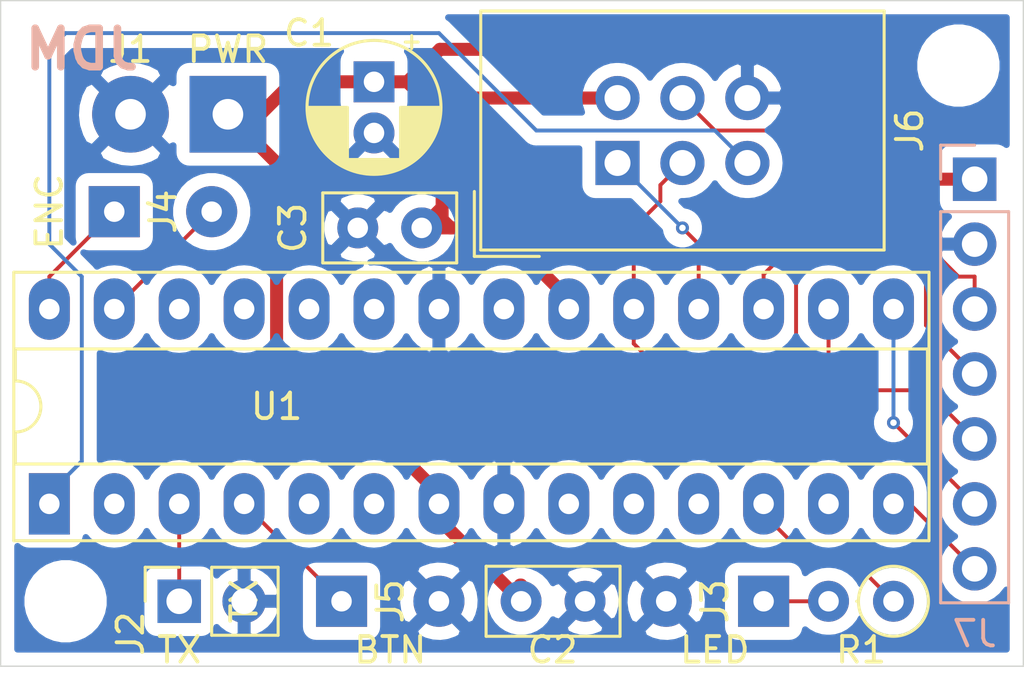
<source format=kicad_pcb>
(kicad_pcb (version 20171130) (host pcbnew "(5.1.2-1)-1")

  (general
    (thickness 1.6)
    (drawings 11)
    (tracks 94)
    (zones 0)
    (modules 14)
    (nets 28)
  )

  (page A4)
  (layers
    (0 F.Cu signal)
    (31 B.Cu signal)
    (36 B.SilkS user)
    (37 F.SilkS user)
    (38 B.Mask user)
    (39 F.Mask user)
    (41 Cmts.User user)
    (44 Edge.Cuts user)
    (45 Margin user)
    (46 B.CrtYd user)
    (47 F.CrtYd user)
    (48 B.Fab user hide)
    (49 F.Fab user hide)
  )

  (setup
    (last_trace_width 0.1524)
    (user_trace_width 0.254)
    (user_trace_width 0.381)
    (user_trace_width 0.508)
    (user_trace_width 0.8128)
    (trace_clearance 0.1524)
    (zone_clearance 0.508)
    (zone_45_only no)
    (trace_min 0.1524)
    (via_size 0.508)
    (via_drill 0.254)
    (via_min_size 0.508)
    (via_min_drill 0.254)
    (user_via 1.905 0.254)
    (uvia_size 0.508)
    (uvia_drill 0.254)
    (uvias_allowed no)
    (uvia_min_size 0.508)
    (uvia_min_drill 0.254)
    (edge_width 0.15)
    (segment_width 0.2)
    (pcb_text_width 0.3)
    (pcb_text_size 1.5 1.5)
    (mod_edge_width 0.15)
    (mod_text_size 1 1)
    (mod_text_width 0.15)
    (pad_size 1.524 1.524)
    (pad_drill 0.762)
    (pad_to_mask_clearance 0.0508)
    (solder_mask_min_width 0.1016)
    (aux_axis_origin 0 0)
    (visible_elements FFFFFF7F)
    (pcbplotparams
      (layerselection 0x010fc_ffffffff)
      (usegerberextensions false)
      (usegerberattributes false)
      (usegerberadvancedattributes false)
      (creategerberjobfile false)
      (excludeedgelayer true)
      (linewidth 0.100000)
      (plotframeref false)
      (viasonmask false)
      (mode 1)
      (useauxorigin false)
      (hpglpennumber 1)
      (hpglpenspeed 20)
      (hpglpendiameter 15.000000)
      (psnegative false)
      (psa4output false)
      (plotreference true)
      (plotvalue true)
      (plotinvisibletext false)
      (padsonsilk false)
      (subtractmaskfromsilk false)
      (outputformat 1)
      (mirror false)
      (drillshape 1)
      (scaleselection 1)
      (outputdirectory ""))
  )

  (net 0 "")
  (net 1 GND)
  (net 2 VCC)
  (net 3 /TX)
  (net 4 "Net-(J3-Pad1)")
  (net 5 "Net-(J4-Pad2)")
  (net 6 "Net-(J4-Pad1)")
  (net 7 "Net-(J6-Pad5)")
  (net 8 "Net-(J6-Pad4)")
  (net 9 "Net-(J6-Pad3)")
  (net 10 "Net-(J6-Pad1)")
  (net 11 "Net-(J7-Pad7)")
  (net 12 "Net-(J7-Pad6)")
  (net 13 "Net-(J7-Pad5)")
  (net 14 "Net-(R1-Pad1)")
  (net 15 "Net-(U1-Pad13)")
  (net 16 "Net-(U1-Pad26)")
  (net 17 "Net-(U1-Pad25)")
  (net 18 "Net-(U1-Pad11)")
  (net 19 "Net-(U1-Pad24)")
  (net 20 "Net-(U1-Pad10)")
  (net 21 "Net-(U1-Pad23)")
  (net 22 "Net-(U1-Pad9)")
  (net 23 "Net-(U1-Pad21)")
  (net 24 "Net-(U1-Pad6)")
  (net 25 "Net-(U1-Pad5)")
  (net 26 "Net-(U1-Pad2)")
  (net 27 "Net-(J5-Pad1)")

  (net_class Default "This is the default net class."
    (clearance 0.1524)
    (trace_width 0.1524)
    (via_dia 0.508)
    (via_drill 0.254)
    (uvia_dia 0.508)
    (uvia_drill 0.254)
    (diff_pair_width 0.1524)
    (diff_pair_gap 0.1524)
    (add_net /TX)
    (add_net GND)
    (add_net "Net-(J3-Pad1)")
    (add_net "Net-(J4-Pad1)")
    (add_net "Net-(J4-Pad2)")
    (add_net "Net-(J5-Pad1)")
    (add_net "Net-(J6-Pad1)")
    (add_net "Net-(J6-Pad3)")
    (add_net "Net-(J6-Pad4)")
    (add_net "Net-(J6-Pad5)")
    (add_net "Net-(J7-Pad5)")
    (add_net "Net-(J7-Pad6)")
    (add_net "Net-(J7-Pad7)")
    (add_net "Net-(R1-Pad1)")
    (add_net "Net-(U1-Pad10)")
    (add_net "Net-(U1-Pad11)")
    (add_net "Net-(U1-Pad13)")
    (add_net "Net-(U1-Pad2)")
    (add_net "Net-(U1-Pad21)")
    (add_net "Net-(U1-Pad23)")
    (add_net "Net-(U1-Pad24)")
    (add_net "Net-(U1-Pad25)")
    (add_net "Net-(U1-Pad26)")
    (add_net "Net-(U1-Pad5)")
    (add_net "Net-(U1-Pad6)")
    (add_net "Net-(U1-Pad9)")
    (add_net VCC)
  )

  (module Connector_Wire:SolderWirePad_1x02_P3.81mm_Drill1.2mm (layer F.Cu) (tedit 5AEE5EF3) (tstamp 5D521CD3)
    (at 137.795 82.55 180)
    (descr "Wire solder connection")
    (tags connector)
    (path /5D536CA1)
    (attr virtual)
    (fp_text reference J1 (at 3.81 2.54) (layer F.SilkS)
      (effects (font (size 1 1) (thickness 0.15)))
    )
    (fp_text value Conn_01x02 (at 1.905 3.81) (layer F.Fab)
      (effects (font (size 1 1) (thickness 0.15)))
    )
    (fp_line (start 5.81 2) (end -1.99 2) (layer F.CrtYd) (width 0.05))
    (fp_line (start 5.81 2) (end 5.81 -2) (layer F.CrtYd) (width 0.05))
    (fp_line (start -1.99 -2) (end -1.99 2) (layer F.CrtYd) (width 0.05))
    (fp_line (start -1.99 -2) (end 5.81 -2) (layer F.CrtYd) (width 0.05))
    (fp_text user %R (at 1.905 0) (layer F.Fab)
      (effects (font (size 1 1) (thickness 0.15)))
    )
    (pad 2 thru_hole circle (at 3.81 0 180) (size 2.99974 2.99974) (drill 1.19888) (layers *.Cu *.Mask)
      (net 1 GND))
    (pad 1 thru_hole rect (at 0 0 180) (size 2.99974 2.99974) (drill 1.19888) (layers *.Cu *.Mask)
      (net 2 VCC))
  )

  (module Connector_Wire:SolderWirePad_1x02_P3.81mm_Drill0.8mm (layer F.Cu) (tedit 5AEE54BF) (tstamp 5D520269)
    (at 142.24 101.6)
    (descr "Wire solder connection")
    (tags connector)
    (path /5D522AAC)
    (attr virtual)
    (fp_text reference J5 (at 1.905 0 90) (layer F.SilkS)
      (effects (font (size 1 1) (thickness 0.15)))
    )
    (fp_text value Conn_01x02 (at 1.905 2.54) (layer F.Fab)
      (effects (font (size 1 1) (thickness 0.15)))
    )
    (fp_line (start 5.31 1.5) (end -1.49 1.5) (layer F.CrtYd) (width 0.05))
    (fp_line (start 5.31 1.5) (end 5.31 -1.5) (layer F.CrtYd) (width 0.05))
    (fp_line (start -1.49 -1.5) (end -1.49 1.5) (layer F.CrtYd) (width 0.05))
    (fp_line (start -1.49 -1.5) (end 5.31 -1.5) (layer F.CrtYd) (width 0.05))
    (fp_text user %R (at 1.905 0) (layer F.Fab)
      (effects (font (size 1 1) (thickness 0.15)))
    )
    (pad 2 thru_hole circle (at 3.81 0) (size 1.99898 1.99898) (drill 0.8001) (layers *.Cu *.Mask)
      (net 1 GND))
    (pad 1 thru_hole rect (at 0 0) (size 1.99898 1.99898) (drill 0.8001) (layers *.Cu *.Mask)
      (net 27 "Net-(J5-Pad1)"))
  )

  (module Connector_Wire:SolderWirePad_1x02_P3.81mm_Drill0.8mm (layer F.Cu) (tedit 5AEE54BF) (tstamp 5D52025E)
    (at 133.35 86.36)
    (descr "Wire solder connection")
    (tags connector)
    (path /5D52138A)
    (attr virtual)
    (fp_text reference J4 (at 1.905 0 90) (layer F.SilkS)
      (effects (font (size 1 1) (thickness 0.15)))
    )
    (fp_text value Conn_01x02 (at 1.905 2.54) (layer F.Fab)
      (effects (font (size 1 1) (thickness 0.15)))
    )
    (fp_line (start 5.31 1.5) (end -1.49 1.5) (layer F.CrtYd) (width 0.05))
    (fp_line (start 5.31 1.5) (end 5.31 -1.5) (layer F.CrtYd) (width 0.05))
    (fp_line (start -1.49 -1.5) (end -1.49 1.5) (layer F.CrtYd) (width 0.05))
    (fp_line (start -1.49 -1.5) (end 5.31 -1.5) (layer F.CrtYd) (width 0.05))
    (fp_text user %R (at 1.905 0) (layer F.Fab)
      (effects (font (size 1 1) (thickness 0.15)))
    )
    (pad 2 thru_hole circle (at 3.81 0) (size 1.99898 1.99898) (drill 0.8001) (layers *.Cu *.Mask)
      (net 5 "Net-(J4-Pad2)"))
    (pad 1 thru_hole rect (at 0 0) (size 1.99898 1.99898) (drill 0.8001) (layers *.Cu *.Mask)
      (net 6 "Net-(J4-Pad1)"))
  )

  (module Connector_Wire:SolderWirePad_1x02_P3.81mm_Drill0.8mm (layer F.Cu) (tedit 5AEE54BF) (tstamp 5D520253)
    (at 158.75 101.6 180)
    (descr "Wire solder connection")
    (tags connector)
    (path /5D523371)
    (attr virtual)
    (fp_text reference J3 (at 1.905 0 90) (layer F.SilkS)
      (effects (font (size 1 1) (thickness 0.15)))
    )
    (fp_text value Conn_01x02 (at 1.905 2.54) (layer F.Fab)
      (effects (font (size 1 1) (thickness 0.15)))
    )
    (fp_line (start 5.31 1.5) (end -1.49 1.5) (layer F.CrtYd) (width 0.05))
    (fp_line (start 5.31 1.5) (end 5.31 -1.5) (layer F.CrtYd) (width 0.05))
    (fp_line (start -1.49 -1.5) (end -1.49 1.5) (layer F.CrtYd) (width 0.05))
    (fp_line (start -1.49 -1.5) (end 5.31 -1.5) (layer F.CrtYd) (width 0.05))
    (fp_text user %R (at 1.905 0) (layer F.Fab)
      (effects (font (size 1 1) (thickness 0.15)))
    )
    (pad 2 thru_hole circle (at 3.81 0 180) (size 1.99898 1.99898) (drill 0.8001) (layers *.Cu *.Mask)
      (net 1 GND))
    (pad 1 thru_hole rect (at 0 0 180) (size 1.99898 1.99898) (drill 0.8001) (layers *.Cu *.Mask)
      (net 4 "Net-(J3-Pad1)"))
  )

  (module Connector_IDC:IDC-Header_2x03_P2.54mm_Vertical (layer F.Cu) (tedit 59DE0819) (tstamp 5D4CD689)
    (at 153.035 84.455 90)
    (descr "Through hole straight IDC box header, 2x03, 2.54mm pitch, double rows")
    (tags "Through hole IDC box header THT 2x03 2.54mm double row")
    (path /5D4CFC7D)
    (fp_text reference J6 (at 1.27 11.43 90) (layer F.SilkS)
      (effects (font (size 1 1) (thickness 0.15)))
    )
    (fp_text value AVR-ISP-6 (at 1.27 11.684 270) (layer F.Fab)
      (effects (font (size 1 1) (thickness 0.15)))
    )
    (fp_text user %R (at 1.27 2.54 270) (layer F.Fab)
      (effects (font (size 1 1) (thickness 0.15)))
    )
    (fp_line (start 5.695 -5.1) (end 5.695 10.18) (layer F.Fab) (width 0.1))
    (fp_line (start 5.145 -4.56) (end 5.145 9.62) (layer F.Fab) (width 0.1))
    (fp_line (start -3.155 -5.1) (end -3.155 10.18) (layer F.Fab) (width 0.1))
    (fp_line (start -2.605 -4.56) (end -2.605 0.29) (layer F.Fab) (width 0.1))
    (fp_line (start -2.605 4.79) (end -2.605 9.62) (layer F.Fab) (width 0.1))
    (fp_line (start -2.605 0.29) (end -3.155 0.29) (layer F.Fab) (width 0.1))
    (fp_line (start -2.605 4.79) (end -3.155 4.79) (layer F.Fab) (width 0.1))
    (fp_line (start 5.695 -5.1) (end -3.155 -5.1) (layer F.Fab) (width 0.1))
    (fp_line (start 5.145 -4.56) (end -2.605 -4.56) (layer F.Fab) (width 0.1))
    (fp_line (start 5.695 10.18) (end -3.155 10.18) (layer F.Fab) (width 0.1))
    (fp_line (start 5.145 9.62) (end -2.605 9.62) (layer F.Fab) (width 0.1))
    (fp_line (start 5.695 -5.1) (end 5.145 -4.56) (layer F.Fab) (width 0.1))
    (fp_line (start 5.695 10.18) (end 5.145 9.62) (layer F.Fab) (width 0.1))
    (fp_line (start -3.155 -5.1) (end -2.605 -4.56) (layer F.Fab) (width 0.1))
    (fp_line (start -3.155 10.18) (end -2.605 9.62) (layer F.Fab) (width 0.1))
    (fp_line (start 5.95 -5.35) (end 5.95 10.43) (layer F.CrtYd) (width 0.05))
    (fp_line (start 5.95 10.43) (end -3.41 10.43) (layer F.CrtYd) (width 0.05))
    (fp_line (start -3.41 10.43) (end -3.41 -5.35) (layer F.CrtYd) (width 0.05))
    (fp_line (start -3.41 -5.35) (end 5.95 -5.35) (layer F.CrtYd) (width 0.05))
    (fp_line (start 5.945 -5.35) (end 5.945 10.43) (layer F.SilkS) (width 0.12))
    (fp_line (start 5.945 10.43) (end -3.405 10.43) (layer F.SilkS) (width 0.12))
    (fp_line (start -3.405 10.43) (end -3.405 -5.35) (layer F.SilkS) (width 0.12))
    (fp_line (start -3.405 -5.35) (end 5.945 -5.35) (layer F.SilkS) (width 0.12))
    (fp_line (start -3.655 -5.6) (end -3.655 -3.06) (layer F.SilkS) (width 0.12))
    (fp_line (start -3.655 -5.6) (end -1.115 -5.6) (layer F.SilkS) (width 0.12))
    (pad 1 thru_hole rect (at 0 0 90) (size 1.7272 1.7272) (drill 1.016) (layers *.Cu *.Mask)
      (net 10 "Net-(J6-Pad1)"))
    (pad 2 thru_hole oval (at 2.54 0 90) (size 1.7272 1.7272) (drill 1.016) (layers *.Cu *.Mask)
      (net 2 VCC))
    (pad 3 thru_hole oval (at 0 2.54 90) (size 1.7272 1.7272) (drill 1.016) (layers *.Cu *.Mask)
      (net 9 "Net-(J6-Pad3)"))
    (pad 4 thru_hole oval (at 2.54 2.54 90) (size 1.7272 1.7272) (drill 1.016) (layers *.Cu *.Mask)
      (net 8 "Net-(J6-Pad4)"))
    (pad 5 thru_hole oval (at 0 5.08 90) (size 1.7272 1.7272) (drill 1.016) (layers *.Cu *.Mask)
      (net 7 "Net-(J6-Pad5)"))
    (pad 6 thru_hole oval (at 2.54 5.08 90) (size 1.7272 1.7272) (drill 1.016) (layers *.Cu *.Mask)
      (net 1 GND))
    (model ${KISYS3DMOD}/Connector_IDC.3dshapes/IDC-Header_2x03_P2.54mm_Vertical.wrl
      (at (xyz 0 0 0))
      (scale (xyz 1 1 1))
      (rotate (xyz 0 0 0))
    )
  )

  (module Capacitor_THT:CP_Radial_D5.0mm_P2.00mm (layer F.Cu) (tedit 5AE50EF0) (tstamp 5D4F5B4D)
    (at 143.51 81.28 270)
    (descr "CP, Radial series, Radial, pin pitch=2.00mm, , diameter=5mm, Electrolytic Capacitor")
    (tags "CP Radial series Radial pin pitch 2.00mm  diameter 5mm Electrolytic Capacitor")
    (path /5D4E2766)
    (fp_text reference C1 (at -1.905 2.54 180) (layer F.SilkS)
      (effects (font (size 1 1) (thickness 0.15)))
    )
    (fp_text value 10u (at 1 3.75 90) (layer F.Fab)
      (effects (font (size 1 1) (thickness 0.15)))
    )
    (fp_text user %R (at 1 0 90) (layer F.Fab)
      (effects (font (size 1 1) (thickness 0.15)))
    )
    (fp_line (start -1.554775 -1.725) (end -1.554775 -1.225) (layer F.SilkS) (width 0.12))
    (fp_line (start -1.804775 -1.475) (end -1.304775 -1.475) (layer F.SilkS) (width 0.12))
    (fp_line (start 3.601 -0.284) (end 3.601 0.284) (layer F.SilkS) (width 0.12))
    (fp_line (start 3.561 -0.518) (end 3.561 0.518) (layer F.SilkS) (width 0.12))
    (fp_line (start 3.521 -0.677) (end 3.521 0.677) (layer F.SilkS) (width 0.12))
    (fp_line (start 3.481 -0.805) (end 3.481 0.805) (layer F.SilkS) (width 0.12))
    (fp_line (start 3.441 -0.915) (end 3.441 0.915) (layer F.SilkS) (width 0.12))
    (fp_line (start 3.401 -1.011) (end 3.401 1.011) (layer F.SilkS) (width 0.12))
    (fp_line (start 3.361 -1.098) (end 3.361 1.098) (layer F.SilkS) (width 0.12))
    (fp_line (start 3.321 -1.178) (end 3.321 1.178) (layer F.SilkS) (width 0.12))
    (fp_line (start 3.281 -1.251) (end 3.281 1.251) (layer F.SilkS) (width 0.12))
    (fp_line (start 3.241 -1.319) (end 3.241 1.319) (layer F.SilkS) (width 0.12))
    (fp_line (start 3.201 -1.383) (end 3.201 1.383) (layer F.SilkS) (width 0.12))
    (fp_line (start 3.161 -1.443) (end 3.161 1.443) (layer F.SilkS) (width 0.12))
    (fp_line (start 3.121 -1.5) (end 3.121 1.5) (layer F.SilkS) (width 0.12))
    (fp_line (start 3.081 -1.554) (end 3.081 1.554) (layer F.SilkS) (width 0.12))
    (fp_line (start 3.041 -1.605) (end 3.041 1.605) (layer F.SilkS) (width 0.12))
    (fp_line (start 3.001 1.04) (end 3.001 1.653) (layer F.SilkS) (width 0.12))
    (fp_line (start 3.001 -1.653) (end 3.001 -1.04) (layer F.SilkS) (width 0.12))
    (fp_line (start 2.961 1.04) (end 2.961 1.699) (layer F.SilkS) (width 0.12))
    (fp_line (start 2.961 -1.699) (end 2.961 -1.04) (layer F.SilkS) (width 0.12))
    (fp_line (start 2.921 1.04) (end 2.921 1.743) (layer F.SilkS) (width 0.12))
    (fp_line (start 2.921 -1.743) (end 2.921 -1.04) (layer F.SilkS) (width 0.12))
    (fp_line (start 2.881 1.04) (end 2.881 1.785) (layer F.SilkS) (width 0.12))
    (fp_line (start 2.881 -1.785) (end 2.881 -1.04) (layer F.SilkS) (width 0.12))
    (fp_line (start 2.841 1.04) (end 2.841 1.826) (layer F.SilkS) (width 0.12))
    (fp_line (start 2.841 -1.826) (end 2.841 -1.04) (layer F.SilkS) (width 0.12))
    (fp_line (start 2.801 1.04) (end 2.801 1.864) (layer F.SilkS) (width 0.12))
    (fp_line (start 2.801 -1.864) (end 2.801 -1.04) (layer F.SilkS) (width 0.12))
    (fp_line (start 2.761 1.04) (end 2.761 1.901) (layer F.SilkS) (width 0.12))
    (fp_line (start 2.761 -1.901) (end 2.761 -1.04) (layer F.SilkS) (width 0.12))
    (fp_line (start 2.721 1.04) (end 2.721 1.937) (layer F.SilkS) (width 0.12))
    (fp_line (start 2.721 -1.937) (end 2.721 -1.04) (layer F.SilkS) (width 0.12))
    (fp_line (start 2.681 1.04) (end 2.681 1.971) (layer F.SilkS) (width 0.12))
    (fp_line (start 2.681 -1.971) (end 2.681 -1.04) (layer F.SilkS) (width 0.12))
    (fp_line (start 2.641 1.04) (end 2.641 2.004) (layer F.SilkS) (width 0.12))
    (fp_line (start 2.641 -2.004) (end 2.641 -1.04) (layer F.SilkS) (width 0.12))
    (fp_line (start 2.601 1.04) (end 2.601 2.035) (layer F.SilkS) (width 0.12))
    (fp_line (start 2.601 -2.035) (end 2.601 -1.04) (layer F.SilkS) (width 0.12))
    (fp_line (start 2.561 1.04) (end 2.561 2.065) (layer F.SilkS) (width 0.12))
    (fp_line (start 2.561 -2.065) (end 2.561 -1.04) (layer F.SilkS) (width 0.12))
    (fp_line (start 2.521 1.04) (end 2.521 2.095) (layer F.SilkS) (width 0.12))
    (fp_line (start 2.521 -2.095) (end 2.521 -1.04) (layer F.SilkS) (width 0.12))
    (fp_line (start 2.481 1.04) (end 2.481 2.122) (layer F.SilkS) (width 0.12))
    (fp_line (start 2.481 -2.122) (end 2.481 -1.04) (layer F.SilkS) (width 0.12))
    (fp_line (start 2.441 1.04) (end 2.441 2.149) (layer F.SilkS) (width 0.12))
    (fp_line (start 2.441 -2.149) (end 2.441 -1.04) (layer F.SilkS) (width 0.12))
    (fp_line (start 2.401 1.04) (end 2.401 2.175) (layer F.SilkS) (width 0.12))
    (fp_line (start 2.401 -2.175) (end 2.401 -1.04) (layer F.SilkS) (width 0.12))
    (fp_line (start 2.361 1.04) (end 2.361 2.2) (layer F.SilkS) (width 0.12))
    (fp_line (start 2.361 -2.2) (end 2.361 -1.04) (layer F.SilkS) (width 0.12))
    (fp_line (start 2.321 1.04) (end 2.321 2.224) (layer F.SilkS) (width 0.12))
    (fp_line (start 2.321 -2.224) (end 2.321 -1.04) (layer F.SilkS) (width 0.12))
    (fp_line (start 2.281 1.04) (end 2.281 2.247) (layer F.SilkS) (width 0.12))
    (fp_line (start 2.281 -2.247) (end 2.281 -1.04) (layer F.SilkS) (width 0.12))
    (fp_line (start 2.241 1.04) (end 2.241 2.268) (layer F.SilkS) (width 0.12))
    (fp_line (start 2.241 -2.268) (end 2.241 -1.04) (layer F.SilkS) (width 0.12))
    (fp_line (start 2.201 1.04) (end 2.201 2.29) (layer F.SilkS) (width 0.12))
    (fp_line (start 2.201 -2.29) (end 2.201 -1.04) (layer F.SilkS) (width 0.12))
    (fp_line (start 2.161 1.04) (end 2.161 2.31) (layer F.SilkS) (width 0.12))
    (fp_line (start 2.161 -2.31) (end 2.161 -1.04) (layer F.SilkS) (width 0.12))
    (fp_line (start 2.121 1.04) (end 2.121 2.329) (layer F.SilkS) (width 0.12))
    (fp_line (start 2.121 -2.329) (end 2.121 -1.04) (layer F.SilkS) (width 0.12))
    (fp_line (start 2.081 1.04) (end 2.081 2.348) (layer F.SilkS) (width 0.12))
    (fp_line (start 2.081 -2.348) (end 2.081 -1.04) (layer F.SilkS) (width 0.12))
    (fp_line (start 2.041 1.04) (end 2.041 2.365) (layer F.SilkS) (width 0.12))
    (fp_line (start 2.041 -2.365) (end 2.041 -1.04) (layer F.SilkS) (width 0.12))
    (fp_line (start 2.001 1.04) (end 2.001 2.382) (layer F.SilkS) (width 0.12))
    (fp_line (start 2.001 -2.382) (end 2.001 -1.04) (layer F.SilkS) (width 0.12))
    (fp_line (start 1.961 1.04) (end 1.961 2.398) (layer F.SilkS) (width 0.12))
    (fp_line (start 1.961 -2.398) (end 1.961 -1.04) (layer F.SilkS) (width 0.12))
    (fp_line (start 1.921 1.04) (end 1.921 2.414) (layer F.SilkS) (width 0.12))
    (fp_line (start 1.921 -2.414) (end 1.921 -1.04) (layer F.SilkS) (width 0.12))
    (fp_line (start 1.881 1.04) (end 1.881 2.428) (layer F.SilkS) (width 0.12))
    (fp_line (start 1.881 -2.428) (end 1.881 -1.04) (layer F.SilkS) (width 0.12))
    (fp_line (start 1.841 1.04) (end 1.841 2.442) (layer F.SilkS) (width 0.12))
    (fp_line (start 1.841 -2.442) (end 1.841 -1.04) (layer F.SilkS) (width 0.12))
    (fp_line (start 1.801 1.04) (end 1.801 2.455) (layer F.SilkS) (width 0.12))
    (fp_line (start 1.801 -2.455) (end 1.801 -1.04) (layer F.SilkS) (width 0.12))
    (fp_line (start 1.761 1.04) (end 1.761 2.468) (layer F.SilkS) (width 0.12))
    (fp_line (start 1.761 -2.468) (end 1.761 -1.04) (layer F.SilkS) (width 0.12))
    (fp_line (start 1.721 1.04) (end 1.721 2.48) (layer F.SilkS) (width 0.12))
    (fp_line (start 1.721 -2.48) (end 1.721 -1.04) (layer F.SilkS) (width 0.12))
    (fp_line (start 1.68 1.04) (end 1.68 2.491) (layer F.SilkS) (width 0.12))
    (fp_line (start 1.68 -2.491) (end 1.68 -1.04) (layer F.SilkS) (width 0.12))
    (fp_line (start 1.64 1.04) (end 1.64 2.501) (layer F.SilkS) (width 0.12))
    (fp_line (start 1.64 -2.501) (end 1.64 -1.04) (layer F.SilkS) (width 0.12))
    (fp_line (start 1.6 1.04) (end 1.6 2.511) (layer F.SilkS) (width 0.12))
    (fp_line (start 1.6 -2.511) (end 1.6 -1.04) (layer F.SilkS) (width 0.12))
    (fp_line (start 1.56 1.04) (end 1.56 2.52) (layer F.SilkS) (width 0.12))
    (fp_line (start 1.56 -2.52) (end 1.56 -1.04) (layer F.SilkS) (width 0.12))
    (fp_line (start 1.52 1.04) (end 1.52 2.528) (layer F.SilkS) (width 0.12))
    (fp_line (start 1.52 -2.528) (end 1.52 -1.04) (layer F.SilkS) (width 0.12))
    (fp_line (start 1.48 1.04) (end 1.48 2.536) (layer F.SilkS) (width 0.12))
    (fp_line (start 1.48 -2.536) (end 1.48 -1.04) (layer F.SilkS) (width 0.12))
    (fp_line (start 1.44 1.04) (end 1.44 2.543) (layer F.SilkS) (width 0.12))
    (fp_line (start 1.44 -2.543) (end 1.44 -1.04) (layer F.SilkS) (width 0.12))
    (fp_line (start 1.4 1.04) (end 1.4 2.55) (layer F.SilkS) (width 0.12))
    (fp_line (start 1.4 -2.55) (end 1.4 -1.04) (layer F.SilkS) (width 0.12))
    (fp_line (start 1.36 1.04) (end 1.36 2.556) (layer F.SilkS) (width 0.12))
    (fp_line (start 1.36 -2.556) (end 1.36 -1.04) (layer F.SilkS) (width 0.12))
    (fp_line (start 1.32 1.04) (end 1.32 2.561) (layer F.SilkS) (width 0.12))
    (fp_line (start 1.32 -2.561) (end 1.32 -1.04) (layer F.SilkS) (width 0.12))
    (fp_line (start 1.28 1.04) (end 1.28 2.565) (layer F.SilkS) (width 0.12))
    (fp_line (start 1.28 -2.565) (end 1.28 -1.04) (layer F.SilkS) (width 0.12))
    (fp_line (start 1.24 1.04) (end 1.24 2.569) (layer F.SilkS) (width 0.12))
    (fp_line (start 1.24 -2.569) (end 1.24 -1.04) (layer F.SilkS) (width 0.12))
    (fp_line (start 1.2 1.04) (end 1.2 2.573) (layer F.SilkS) (width 0.12))
    (fp_line (start 1.2 -2.573) (end 1.2 -1.04) (layer F.SilkS) (width 0.12))
    (fp_line (start 1.16 1.04) (end 1.16 2.576) (layer F.SilkS) (width 0.12))
    (fp_line (start 1.16 -2.576) (end 1.16 -1.04) (layer F.SilkS) (width 0.12))
    (fp_line (start 1.12 1.04) (end 1.12 2.578) (layer F.SilkS) (width 0.12))
    (fp_line (start 1.12 -2.578) (end 1.12 -1.04) (layer F.SilkS) (width 0.12))
    (fp_line (start 1.08 1.04) (end 1.08 2.579) (layer F.SilkS) (width 0.12))
    (fp_line (start 1.08 -2.579) (end 1.08 -1.04) (layer F.SilkS) (width 0.12))
    (fp_line (start 1.04 -2.58) (end 1.04 -1.04) (layer F.SilkS) (width 0.12))
    (fp_line (start 1.04 1.04) (end 1.04 2.58) (layer F.SilkS) (width 0.12))
    (fp_line (start 1 -2.58) (end 1 -1.04) (layer F.SilkS) (width 0.12))
    (fp_line (start 1 1.04) (end 1 2.58) (layer F.SilkS) (width 0.12))
    (fp_line (start -0.883605 -1.3375) (end -0.883605 -0.8375) (layer F.Fab) (width 0.1))
    (fp_line (start -1.133605 -1.0875) (end -0.633605 -1.0875) (layer F.Fab) (width 0.1))
    (fp_circle (center 1 0) (end 3.75 0) (layer F.CrtYd) (width 0.05))
    (fp_circle (center 1 0) (end 3.62 0) (layer F.SilkS) (width 0.12))
    (fp_circle (center 1 0) (end 3.5 0) (layer F.Fab) (width 0.1))
    (pad 2 thru_hole circle (at 2 0 270) (size 1.6 1.6) (drill 0.8) (layers *.Cu *.Mask)
      (net 1 GND))
    (pad 1 thru_hole rect (at 0 0 270) (size 1.6 1.6) (drill 0.8) (layers *.Cu *.Mask)
      (net 2 VCC))
    (model ${KISYS3DMOD}/Capacitor_THT.3dshapes/CP_Radial_D5.0mm_P2.00mm.wrl
      (at (xyz 0 0 0))
      (scale (xyz 1 1 1))
      (rotate (xyz 0 0 0))
    )
  )

  (module Capacitor_THT:C_Disc_D5.0mm_W2.5mm_P2.50mm (layer F.Cu) (tedit 5AE50EF0) (tstamp 5D4F5B60)
    (at 149.265 101.6)
    (descr "C, Disc series, Radial, pin pitch=2.50mm, , diameter*width=5*2.5mm^2, Capacitor, http://cdn-reichelt.de/documents/datenblatt/B300/DS_KERKO_TC.pdf")
    (tags "C Disc series Radial pin pitch 2.50mm  diameter 5mm width 2.5mm Capacitor")
    (path /5D4E6D1E)
    (fp_text reference C2 (at 1.23 1.905) (layer F.SilkS)
      (effects (font (size 1 1) (thickness 0.15)))
    )
    (fp_text value 0.1u (at 1.25 2.5) (layer F.Fab)
      (effects (font (size 1 1) (thickness 0.15)))
    )
    (fp_text user %R (at 1.25 0) (layer F.Fab)
      (effects (font (size 1 1) (thickness 0.15)))
    )
    (fp_line (start 4 -1.5) (end -1.5 -1.5) (layer F.CrtYd) (width 0.05))
    (fp_line (start 4 1.5) (end 4 -1.5) (layer F.CrtYd) (width 0.05))
    (fp_line (start -1.5 1.5) (end 4 1.5) (layer F.CrtYd) (width 0.05))
    (fp_line (start -1.5 -1.5) (end -1.5 1.5) (layer F.CrtYd) (width 0.05))
    (fp_line (start 3.87 -1.37) (end 3.87 1.37) (layer F.SilkS) (width 0.12))
    (fp_line (start -1.37 -1.37) (end -1.37 1.37) (layer F.SilkS) (width 0.12))
    (fp_line (start -1.37 1.37) (end 3.87 1.37) (layer F.SilkS) (width 0.12))
    (fp_line (start -1.37 -1.37) (end 3.87 -1.37) (layer F.SilkS) (width 0.12))
    (fp_line (start 3.75 -1.25) (end -1.25 -1.25) (layer F.Fab) (width 0.1))
    (fp_line (start 3.75 1.25) (end 3.75 -1.25) (layer F.Fab) (width 0.1))
    (fp_line (start -1.25 1.25) (end 3.75 1.25) (layer F.Fab) (width 0.1))
    (fp_line (start -1.25 -1.25) (end -1.25 1.25) (layer F.Fab) (width 0.1))
    (pad 2 thru_hole circle (at 2.5 0) (size 1.6 1.6) (drill 0.8) (layers *.Cu *.Mask)
      (net 1 GND))
    (pad 1 thru_hole circle (at 0 0) (size 1.6 1.6) (drill 0.8) (layers *.Cu *.Mask)
      (net 2 VCC))
    (model ${KISYS3DMOD}/Capacitor_THT.3dshapes/C_Disc_D5.0mm_W2.5mm_P2.50mm.wrl
      (at (xyz 0 0 0))
      (scale (xyz 1 1 1))
      (rotate (xyz 0 0 0))
    )
  )

  (module Capacitor_THT:C_Disc_D5.0mm_W2.5mm_P2.50mm (layer F.Cu) (tedit 5AE50EF0) (tstamp 5D4F5B73)
    (at 142.875 86.995)
    (descr "C, Disc series, Radial, pin pitch=2.50mm, , diameter*width=5*2.5mm^2, Capacitor, http://cdn-reichelt.de/documents/datenblatt/B300/DS_KERKO_TC.pdf")
    (tags "C Disc series Radial pin pitch 2.50mm  diameter 5mm width 2.5mm Capacitor")
    (path /5D4E5F81)
    (fp_text reference C3 (at -2.54 0 90) (layer F.SilkS)
      (effects (font (size 1 1) (thickness 0.15)))
    )
    (fp_text value 0.1u (at 1.25 2.5) (layer F.Fab)
      (effects (font (size 1 1) (thickness 0.15)))
    )
    (fp_text user %R (at 0.595 0) (layer F.Fab)
      (effects (font (size 1 1) (thickness 0.15)))
    )
    (fp_line (start 4 -1.5) (end -1.5 -1.5) (layer F.CrtYd) (width 0.05))
    (fp_line (start 4 1.5) (end 4 -1.5) (layer F.CrtYd) (width 0.05))
    (fp_line (start -1.5 1.5) (end 4 1.5) (layer F.CrtYd) (width 0.05))
    (fp_line (start -1.5 -1.5) (end -1.5 1.5) (layer F.CrtYd) (width 0.05))
    (fp_line (start 3.87 -1.37) (end 3.87 1.37) (layer F.SilkS) (width 0.12))
    (fp_line (start -1.37 -1.37) (end -1.37 1.37) (layer F.SilkS) (width 0.12))
    (fp_line (start -1.37 1.37) (end 3.87 1.37) (layer F.SilkS) (width 0.12))
    (fp_line (start -1.37 -1.37) (end 3.87 -1.37) (layer F.SilkS) (width 0.12))
    (fp_line (start 3.75 -1.25) (end -1.25 -1.25) (layer F.Fab) (width 0.1))
    (fp_line (start 3.75 1.25) (end 3.75 -1.25) (layer F.Fab) (width 0.1))
    (fp_line (start -1.25 1.25) (end 3.75 1.25) (layer F.Fab) (width 0.1))
    (fp_line (start -1.25 -1.25) (end -1.25 1.25) (layer F.Fab) (width 0.1))
    (pad 2 thru_hole circle (at 2.5 0) (size 1.6 1.6) (drill 0.8) (layers *.Cu *.Mask)
      (net 2 VCC))
    (pad 1 thru_hole circle (at 0 0) (size 1.6 1.6) (drill 0.8) (layers *.Cu *.Mask)
      (net 1 GND))
    (model ${KISYS3DMOD}/Capacitor_THT.3dshapes/C_Disc_D5.0mm_W2.5mm_P2.50mm.wrl
      (at (xyz 0 0 0))
      (scale (xyz 1 1 1))
      (rotate (xyz 0 0 0))
    )
  )

  (module Connector_PinSocket_2.54mm:PinSocket_1x07_P2.54mm_Vertical (layer B.Cu) (tedit 5A19A433) (tstamp 5D4CF440)
    (at 167.005 85.09 180)
    (descr "Through hole straight socket strip, 1x07, 2.54mm pitch, single row (from Kicad 4.0.7), script generated")
    (tags "Through hole socket strip THT 1x07 2.54mm single row")
    (path /5D4E171E)
    (fp_text reference J7 (at 0 -17.78) (layer B.SilkS)
      (effects (font (size 1 1) (thickness 0.15)) (justify mirror))
    )
    (fp_text value OLED_CONN (at 2.54 0.635 90) (layer B.Fab)
      (effects (font (size 1 1) (thickness 0.15)) (justify mirror))
    )
    (fp_text user %R (at 0 -7.62) (layer B.Fab)
      (effects (font (size 1 1) (thickness 0.15)) (justify mirror))
    )
    (fp_line (start -1.8 -17) (end -1.8 1.8) (layer B.CrtYd) (width 0.05))
    (fp_line (start 1.75 -17) (end -1.8 -17) (layer B.CrtYd) (width 0.05))
    (fp_line (start 1.75 1.8) (end 1.75 -17) (layer B.CrtYd) (width 0.05))
    (fp_line (start -1.8 1.8) (end 1.75 1.8) (layer B.CrtYd) (width 0.05))
    (fp_line (start 0 1.33) (end 1.33 1.33) (layer B.SilkS) (width 0.12))
    (fp_line (start 1.33 1.33) (end 1.33 0) (layer B.SilkS) (width 0.12))
    (fp_line (start 1.33 -1.27) (end 1.33 -16.57) (layer B.SilkS) (width 0.12))
    (fp_line (start -1.33 -16.57) (end 1.33 -16.57) (layer B.SilkS) (width 0.12))
    (fp_line (start -1.33 -1.27) (end -1.33 -16.57) (layer B.SilkS) (width 0.12))
    (fp_line (start -1.33 -1.27) (end 1.33 -1.27) (layer B.SilkS) (width 0.12))
    (fp_line (start -1.27 -16.51) (end -1.27 1.27) (layer B.Fab) (width 0.1))
    (fp_line (start 1.27 -16.51) (end -1.27 -16.51) (layer B.Fab) (width 0.1))
    (fp_line (start 1.27 0.635) (end 1.27 -16.51) (layer B.Fab) (width 0.1))
    (fp_line (start 0.635 1.27) (end 1.27 0.635) (layer B.Fab) (width 0.1))
    (fp_line (start -1.27 1.27) (end 0.635 1.27) (layer B.Fab) (width 0.1))
    (pad 7 thru_hole oval (at 0 -15.24 180) (size 1.7 1.7) (drill 1) (layers *.Cu *.Mask)
      (net 11 "Net-(J7-Pad7)"))
    (pad 6 thru_hole oval (at 0 -12.7 180) (size 1.7 1.7) (drill 1) (layers *.Cu *.Mask)
      (net 12 "Net-(J7-Pad6)"))
    (pad 5 thru_hole oval (at 0 -10.16 180) (size 1.7 1.7) (drill 1) (layers *.Cu *.Mask)
      (net 13 "Net-(J7-Pad5)"))
    (pad 4 thru_hole oval (at 0 -7.62 180) (size 1.7 1.7) (drill 1) (layers *.Cu *.Mask)
      (net 9 "Net-(J6-Pad3)"))
    (pad 3 thru_hole oval (at 0 -5.08 180) (size 1.7 1.7) (drill 1) (layers *.Cu *.Mask)
      (net 8 "Net-(J6-Pad4)"))
    (pad 2 thru_hole oval (at 0 -2.54 180) (size 1.7 1.7) (drill 1) (layers *.Cu *.Mask)
      (net 1 GND))
    (pad 1 thru_hole rect (at 0 0 180) (size 1.7 1.7) (drill 1) (layers *.Cu *.Mask)
      (net 2 VCC))
    (model ${KISYS3DMOD}/Connector_PinSocket_2.54mm.3dshapes/PinSocket_1x07_P2.54mm_Vertical.wrl
      (at (xyz 0 0 0))
      (scale (xyz 1 1 1))
      (rotate (xyz 0 0 0))
    )
  )

  (module Resistor_THT:R_Axial_DIN0207_L6.3mm_D2.5mm_P2.54mm_Vertical (layer F.Cu) (tedit 5AE5139B) (tstamp 5D4CD6B3)
    (at 163.83 101.6 180)
    (descr "Resistor, Axial_DIN0207 series, Axial, Vertical, pin pitch=2.54mm, 0.25W = 1/4W, length*diameter=6.3*2.5mm^2, http://cdn-reichelt.de/documents/datenblatt/B400/1_4W%23YAG.pdf")
    (tags "Resistor Axial_DIN0207 series Axial Vertical pin pitch 2.54mm 0.25W = 1/4W length 6.3mm diameter 2.5mm")
    (path /5D51B78A)
    (fp_text reference R1 (at 1.27 -1.905 180) (layer F.SilkS)
      (effects (font (size 1 1) (thickness 0.15)))
    )
    (fp_text value 330 (at 1.27 2.37) (layer F.Fab)
      (effects (font (size 1 1) (thickness 0.15)))
    )
    (fp_text user %R (at 1.27 -2.37) (layer F.Fab)
      (effects (font (size 1 1) (thickness 0.15)))
    )
    (fp_line (start 3.59 -1.5) (end -1.5 -1.5) (layer F.CrtYd) (width 0.05))
    (fp_line (start 3.59 1.5) (end 3.59 -1.5) (layer F.CrtYd) (width 0.05))
    (fp_line (start -1.5 1.5) (end 3.59 1.5) (layer F.CrtYd) (width 0.05))
    (fp_line (start -1.5 -1.5) (end -1.5 1.5) (layer F.CrtYd) (width 0.05))
    (fp_line (start 1.37 0) (end 1.44 0) (layer F.SilkS) (width 0.12))
    (fp_line (start 0 0) (end 2.54 0) (layer F.Fab) (width 0.1))
    (fp_circle (center 0 0) (end 1.37 0) (layer F.SilkS) (width 0.12))
    (fp_circle (center 0 0) (end 1.25 0) (layer F.Fab) (width 0.1))
    (pad 2 thru_hole oval (at 2.54 0 180) (size 1.6 1.6) (drill 0.8) (layers *.Cu *.Mask)
      (net 4 "Net-(J3-Pad1)"))
    (pad 1 thru_hole circle (at 0 0 180) (size 1.6 1.6) (drill 0.8) (layers *.Cu *.Mask)
      (net 14 "Net-(R1-Pad1)"))
    (model ${KISYS3DMOD}/Resistor_THT.3dshapes/R_Axial_DIN0207_L6.3mm_D2.5mm_P2.54mm_Vertical.wrl
      (at (xyz 0 0 0))
      (scale (xyz 1 1 1))
      (rotate (xyz 0 0 0))
    )
  )

  (module MountingHole:MountingHole_2.2mm_M2_ISO7380 (layer F.Cu) (tedit 56D1B4CB) (tstamp 5D51B128)
    (at 131.445 101.6 90)
    (descr "Mounting Hole 2.2mm, no annular, M2, ISO7380")
    (tags "mounting hole 2.2mm no annular m2 iso7380")
    (attr virtual)
    (fp_text reference REF** (at 0 -2.75 90) (layer F.SilkS) hide
      (effects (font (size 1 1) (thickness 0.15)))
    )
    (fp_text value MountingHole_2.2mm_M2_ISO7380 (at 0 2.75 90) (layer F.Fab)
      (effects (font (size 1 1) (thickness 0.15)))
    )
    (fp_circle (center 0 0) (end 2 0) (layer F.CrtYd) (width 0.05))
    (fp_circle (center 0 0) (end 1.75 0) (layer Cmts.User) (width 0.15))
    (fp_text user %R (at 0.3 0 90) (layer F.Fab)
      (effects (font (size 1 1) (thickness 0.15)))
    )
    (pad 1 np_thru_hole circle (at 0 0 90) (size 2.2 2.2) (drill 2.2) (layers *.Cu *.Mask))
  )

  (module MountingHole:MountingHole_2.2mm_M2_ISO7380 (layer F.Cu) (tedit 56D1B4CB) (tstamp 5D51AFE9)
    (at 166.37 80.645)
    (descr "Mounting Hole 2.2mm, no annular, M2, ISO7380")
    (tags "mounting hole 2.2mm no annular m2 iso7380")
    (attr virtual)
    (fp_text reference REF** (at 0 -2.75) (layer F.SilkS) hide
      (effects (font (size 1 1) (thickness 0.15)))
    )
    (fp_text value MountingHole_2.2mm_M2_ISO7380 (at 0 2.75) (layer F.Fab)
      (effects (font (size 1 1) (thickness 0.15)))
    )
    (fp_circle (center 0 0) (end 2 0) (layer F.CrtYd) (width 0.05))
    (fp_circle (center 0 0) (end 1.75 0) (layer Cmts.User) (width 0.15))
    (fp_text user %R (at 0.3 0) (layer F.Fab)
      (effects (font (size 1 1) (thickness 0.15)))
    )
    (pad 1 np_thru_hole circle (at 0 0) (size 2.2 2.2) (drill 2.2) (layers *.Cu *.Mask))
  )

  (module Package_DIP:DIP-28_W7.62mm_Socket_LongPads (layer F.Cu) (tedit 5A02E8C5) (tstamp 5D4CE0DE)
    (at 130.81 97.79 90)
    (descr "28-lead though-hole mounted DIP package, row spacing 7.62 mm (300 mils), Socket, LongPads")
    (tags "THT DIP DIL PDIP 2.54mm 7.62mm 300mil Socket LongPads")
    (path /5D4CB3CF)
    (fp_text reference U1 (at 3.81 8.89 180) (layer F.SilkS)
      (effects (font (size 1 1) (thickness 0.15)))
    )
    (fp_text value ATmega328P-PU (at 3.81 35.35 90) (layer F.Fab)
      (effects (font (size 1 1) (thickness 0.15)))
    )
    (fp_text user %R (at 3.81 16.51 90) (layer F.Fab)
      (effects (font (size 1 1) (thickness 0.15)))
    )
    (fp_line (start 9.15 -1.6) (end -1.55 -1.6) (layer F.CrtYd) (width 0.05))
    (fp_line (start 9.15 34.65) (end 9.15 -1.6) (layer F.CrtYd) (width 0.05))
    (fp_line (start -1.55 34.65) (end 9.15 34.65) (layer F.CrtYd) (width 0.05))
    (fp_line (start -1.55 -1.6) (end -1.55 34.65) (layer F.CrtYd) (width 0.05))
    (fp_line (start 9.06 -1.39) (end -1.44 -1.39) (layer F.SilkS) (width 0.12))
    (fp_line (start 9.06 34.41) (end 9.06 -1.39) (layer F.SilkS) (width 0.12))
    (fp_line (start -1.44 34.41) (end 9.06 34.41) (layer F.SilkS) (width 0.12))
    (fp_line (start -1.44 -1.39) (end -1.44 34.41) (layer F.SilkS) (width 0.12))
    (fp_line (start 6.06 -1.33) (end 4.81 -1.33) (layer F.SilkS) (width 0.12))
    (fp_line (start 6.06 34.35) (end 6.06 -1.33) (layer F.SilkS) (width 0.12))
    (fp_line (start 1.56 34.35) (end 6.06 34.35) (layer F.SilkS) (width 0.12))
    (fp_line (start 1.56 -1.33) (end 1.56 34.35) (layer F.SilkS) (width 0.12))
    (fp_line (start 2.81 -1.33) (end 1.56 -1.33) (layer F.SilkS) (width 0.12))
    (fp_line (start 8.89 -1.33) (end -1.27 -1.33) (layer F.Fab) (width 0.1))
    (fp_line (start 8.89 34.35) (end 8.89 -1.33) (layer F.Fab) (width 0.1))
    (fp_line (start -1.27 34.35) (end 8.89 34.35) (layer F.Fab) (width 0.1))
    (fp_line (start -1.27 -1.33) (end -1.27 34.35) (layer F.Fab) (width 0.1))
    (fp_line (start 0.635 -0.27) (end 1.635 -1.27) (layer F.Fab) (width 0.1))
    (fp_line (start 0.635 34.29) (end 0.635 -0.27) (layer F.Fab) (width 0.1))
    (fp_line (start 6.985 34.29) (end 0.635 34.29) (layer F.Fab) (width 0.1))
    (fp_line (start 6.985 -1.27) (end 6.985 34.29) (layer F.Fab) (width 0.1))
    (fp_line (start 1.635 -1.27) (end 6.985 -1.27) (layer F.Fab) (width 0.1))
    (fp_arc (start 3.81 -1.33) (end 2.81 -1.33) (angle -180) (layer F.SilkS) (width 0.12))
    (pad 28 thru_hole oval (at 7.62 0 90) (size 2.4 1.6) (drill 0.8) (layers *.Cu *.Mask)
      (net 6 "Net-(J4-Pad1)"))
    (pad 14 thru_hole oval (at 0 33.02 90) (size 2.4 1.6) (drill 0.8) (layers *.Cu *.Mask)
      (net 11 "Net-(J7-Pad7)"))
    (pad 27 thru_hole oval (at 7.62 2.54 90) (size 2.4 1.6) (drill 0.8) (layers *.Cu *.Mask)
      (net 5 "Net-(J4-Pad2)"))
    (pad 13 thru_hole oval (at 0 30.48 90) (size 2.4 1.6) (drill 0.8) (layers *.Cu *.Mask)
      (net 15 "Net-(U1-Pad13)"))
    (pad 26 thru_hole oval (at 7.62 5.08 90) (size 2.4 1.6) (drill 0.8) (layers *.Cu *.Mask)
      (net 16 "Net-(U1-Pad26)"))
    (pad 12 thru_hole oval (at 0 27.94 90) (size 2.4 1.6) (drill 0.8) (layers *.Cu *.Mask)
      (net 14 "Net-(R1-Pad1)"))
    (pad 25 thru_hole oval (at 7.62 7.62 90) (size 2.4 1.6) (drill 0.8) (layers *.Cu *.Mask)
      (net 17 "Net-(U1-Pad25)"))
    (pad 11 thru_hole oval (at 0 25.4 90) (size 2.4 1.6) (drill 0.8) (layers *.Cu *.Mask)
      (net 18 "Net-(U1-Pad11)"))
    (pad 24 thru_hole oval (at 7.62 10.16 90) (size 2.4 1.6) (drill 0.8) (layers *.Cu *.Mask)
      (net 19 "Net-(U1-Pad24)"))
    (pad 10 thru_hole oval (at 0 22.86 90) (size 2.4 1.6) (drill 0.8) (layers *.Cu *.Mask)
      (net 20 "Net-(U1-Pad10)"))
    (pad 23 thru_hole oval (at 7.62 12.7 90) (size 2.4 1.6) (drill 0.8) (layers *.Cu *.Mask)
      (net 21 "Net-(U1-Pad23)"))
    (pad 9 thru_hole oval (at 0 20.32 90) (size 2.4 1.6) (drill 0.8) (layers *.Cu *.Mask)
      (net 22 "Net-(U1-Pad9)"))
    (pad 22 thru_hole oval (at 7.62 15.24 90) (size 2.4 1.6) (drill 0.8) (layers *.Cu *.Mask)
      (net 1 GND))
    (pad 8 thru_hole oval (at 0 17.78 90) (size 2.4 1.6) (drill 0.8) (layers *.Cu *.Mask)
      (net 1 GND))
    (pad 21 thru_hole oval (at 7.62 17.78 90) (size 2.4 1.6) (drill 0.8) (layers *.Cu *.Mask)
      (net 23 "Net-(U1-Pad21)"))
    (pad 7 thru_hole oval (at 0 15.24 90) (size 2.4 1.6) (drill 0.8) (layers *.Cu *.Mask)
      (net 2 VCC))
    (pad 20 thru_hole oval (at 7.62 20.32 90) (size 2.4 1.6) (drill 0.8) (layers *.Cu *.Mask)
      (net 2 VCC))
    (pad 6 thru_hole oval (at 0 12.7 90) (size 2.4 1.6) (drill 0.8) (layers *.Cu *.Mask)
      (net 24 "Net-(U1-Pad6)"))
    (pad 19 thru_hole oval (at 7.62 22.86 90) (size 2.4 1.6) (drill 0.8) (layers *.Cu *.Mask)
      (net 9 "Net-(J6-Pad3)"))
    (pad 5 thru_hole oval (at 0 10.16 90) (size 2.4 1.6) (drill 0.8) (layers *.Cu *.Mask)
      (net 25 "Net-(U1-Pad5)"))
    (pad 18 thru_hole oval (at 7.62 25.4 90) (size 2.4 1.6) (drill 0.8) (layers *.Cu *.Mask)
      (net 10 "Net-(J6-Pad1)"))
    (pad 4 thru_hole oval (at 0 7.62 90) (size 2.4 1.6) (drill 0.8) (layers *.Cu *.Mask)
      (net 27 "Net-(J5-Pad1)"))
    (pad 17 thru_hole oval (at 7.62 27.94 90) (size 2.4 1.6) (drill 0.8) (layers *.Cu *.Mask)
      (net 8 "Net-(J6-Pad4)"))
    (pad 3 thru_hole oval (at 0 5.08 90) (size 2.4 1.6) (drill 0.8) (layers *.Cu *.Mask)
      (net 3 /TX))
    (pad 16 thru_hole oval (at 7.62 30.48 90) (size 2.4 1.6) (drill 0.8) (layers *.Cu *.Mask)
      (net 13 "Net-(J7-Pad5)"))
    (pad 2 thru_hole oval (at 0 2.54 90) (size 2.4 1.6) (drill 0.8) (layers *.Cu *.Mask)
      (net 26 "Net-(U1-Pad2)"))
    (pad 15 thru_hole oval (at 7.62 33.02 90) (size 2.4 1.6) (drill 0.8) (layers *.Cu *.Mask)
      (net 12 "Net-(J7-Pad6)"))
    (pad 1 thru_hole rect (at 0 0 90) (size 2.4 1.6) (drill 0.8) (layers *.Cu *.Mask)
      (net 7 "Net-(J6-Pad5)"))
    (model ${KISYS3DMOD}/Package_DIP.3dshapes/DIP-28_W7.62mm_Socket.wrl
      (at (xyz 0 0 0))
      (scale (xyz 1 1 1))
      (rotate (xyz 0 0 0))
    )
  )

  (module Connector_PinSocket_2.54mm:PinSocket_1x02_P2.54mm_Vertical (layer F.Cu) (tedit 5A19A420) (tstamp 5D4CD626)
    (at 135.89 101.6 90)
    (descr "Through hole straight socket strip, 1x02, 2.54mm pitch, single row (from Kicad 4.0.7), script generated")
    (tags "Through hole socket strip THT 1x02 2.54mm single row")
    (path /5D54A148)
    (fp_text reference J2 (at -1.27 -1.905 270) (layer F.SilkS)
      (effects (font (size 1 1) (thickness 0.15)))
    )
    (fp_text value Conn_01x02_Female (at 0 5.31 90) (layer F.Fab)
      (effects (font (size 1 1) (thickness 0.15)))
    )
    (fp_text user %R (at -1.27 -3.81) (layer F.Fab)
      (effects (font (size 1 1) (thickness 0.15)))
    )
    (fp_line (start -1.8 4.3) (end -1.8 -1.8) (layer F.CrtYd) (width 0.05))
    (fp_line (start 1.75 4.3) (end -1.8 4.3) (layer F.CrtYd) (width 0.05))
    (fp_line (start 1.75 -1.8) (end 1.75 4.3) (layer F.CrtYd) (width 0.05))
    (fp_line (start -1.8 -1.8) (end 1.75 -1.8) (layer F.CrtYd) (width 0.05))
    (fp_line (start 0 -1.33) (end 1.33 -1.33) (layer F.SilkS) (width 0.12))
    (fp_line (start 1.33 -1.33) (end 1.33 0) (layer F.SilkS) (width 0.12))
    (fp_line (start 1.33 1.27) (end 1.33 3.87) (layer F.SilkS) (width 0.12))
    (fp_line (start -1.33 3.87) (end 1.33 3.87) (layer F.SilkS) (width 0.12))
    (fp_line (start -1.33 1.27) (end -1.33 3.87) (layer F.SilkS) (width 0.12))
    (fp_line (start -1.33 1.27) (end 1.33 1.27) (layer F.SilkS) (width 0.12))
    (fp_line (start -1.27 3.81) (end -1.27 -1.27) (layer F.Fab) (width 0.1))
    (fp_line (start 1.27 3.81) (end -1.27 3.81) (layer F.Fab) (width 0.1))
    (fp_line (start 1.27 -0.635) (end 1.27 3.81) (layer F.Fab) (width 0.1))
    (fp_line (start 0.635 -1.27) (end 1.27 -0.635) (layer F.Fab) (width 0.1))
    (fp_line (start -1.27 -1.27) (end 0.635 -1.27) (layer F.Fab) (width 0.1))
    (pad 2 thru_hole oval (at 0 2.54 90) (size 1.7 1.7) (drill 1) (layers *.Cu *.Mask)
      (net 1 GND))
    (pad 1 thru_hole rect (at 0 0 90) (size 1.7 1.7) (drill 1) (layers *.Cu *.Mask)
      (net 3 /TX))
    (model ${KISYS3DMOD}/Connector_PinSocket_2.54mm.3dshapes/PinSocket_1x02_P2.54mm_Vertical.wrl
      (at (xyz 0 0 0))
      (scale (xyz 1 1 1))
      (rotate (xyz 0 0 0))
    )
  )

  (gr_text JDM (at 132.08 80.01) (layer B.SilkS)
    (effects (font (size 1.5 1.5) (thickness 0.3)) (justify mirror))
  )
  (gr_text LED (at 156.845 103.505) (layer F.SilkS) (tstamp 5D51C073)
    (effects (font (size 1 1) (thickness 0.15)))
  )
  (gr_text BTN (at 144.145 103.505) (layer F.SilkS) (tstamp 5D51C073)
    (effects (font (size 1 1) (thickness 0.15)))
  )
  (gr_text TX (at 135.89 103.505) (layer F.SilkS) (tstamp 5D51C073)
    (effects (font (size 1 1) (thickness 0.15)))
  )
  (gr_text ENC (at 130.81 86.36 90) (layer F.SilkS) (tstamp 5D51C073)
    (effects (font (size 1 1) (thickness 0.15)))
  )
  (gr_text PWR (at 137.795 80.01) (layer F.SilkS) (tstamp 5D51C073)
    (effects (font (size 1 1) (thickness 0.15)))
  )
  (gr_text TX (at 138.43 101.6 90) (layer F.SilkS) (tstamp 5D51C073)
    (effects (font (size 1 1) (thickness 0.15)))
  )
  (gr_line (start 128.905 104.14) (end 128.905 78.105) (layer Edge.Cuts) (width 0.05) (tstamp 5D4F68E9))
  (gr_line (start 168.91 104.14) (end 128.905 104.14) (layer Edge.Cuts) (width 0.05))
  (gr_line (start 168.91 78.105) (end 168.91 104.14) (layer Edge.Cuts) (width 0.05))
  (gr_line (start 128.905 78.105) (end 168.91 78.105) (layer Edge.Cuts) (width 0.05))

  (segment (start 165.1 85.09) (end 167.005 85.09) (width 0.508) (layer F.Cu) (net 2))
  (segment (start 160.02 80.01) (end 165.1 85.09) (width 0.508) (layer F.Cu) (net 2))
  (segment (start 146.50637 86.995) (end 145.375 86.995) (width 0.508) (layer F.Cu) (net 2))
  (segment (start 148.355 86.995) (end 146.50637 86.995) (width 0.508) (layer F.Cu) (net 2))
  (segment (start 151.13 89.77) (end 148.355 86.995) (width 0.508) (layer F.Cu) (net 2))
  (segment (start 151.13 90.17) (end 151.13 89.77) (width 0.508) (layer F.Cu) (net 2))
  (segment (start 144.818 81.28) (end 146.088 80.01) (width 0.508) (layer F.Cu) (net 2))
  (segment (start 150.495 80.01) (end 160.02 80.01) (width 0.508) (layer F.Cu) (net 2))
  (segment (start 146.088 80.01) (end 150.495 80.01) (width 0.508) (layer F.Cu) (net 2))
  (segment (start 147.993 80.01) (end 150.495 80.01) (width 0.508) (layer F.Cu) (net 2))
  (segment (start 146.174999 82.636999) (end 144.818 81.28) (width 0.508) (layer F.Cu) (net 2))
  (segment (start 144.818 81.28) (end 143.51 81.28) (width 0.508) (layer F.Cu) (net 2))
  (segment (start 146.174999 86.195001) (end 146.174999 82.636999) (width 0.508) (layer F.Cu) (net 2))
  (segment (start 145.375 86.995) (end 146.174999 86.195001) (width 0.508) (layer F.Cu) (net 2))
  (segment (start 146.174999 86.663629) (end 146.50637 86.995) (width 0.508) (layer F.Cu) (net 2))
  (segment (start 146.174999 86.195001) (end 146.174999 86.663629) (width 0.508) (layer F.Cu) (net 2))
  (segment (start 145.453 81.915) (end 144.818 81.28) (width 0.508) (layer F.Cu) (net 2))
  (segment (start 153.035 81.915) (end 145.453 81.915) (width 0.508) (layer F.Cu) (net 2))
  (segment (start 139.7 84.455) (end 137.795 82.55) (width 0.508) (layer F.Cu) (net 2))
  (segment (start 139.7 92.075) (end 139.7 84.455) (width 0.508) (layer F.Cu) (net 2))
  (segment (start 146.05 97.79) (end 146.05 97.39) (width 0.508) (layer F.Cu) (net 2))
  (segment (start 142.64 93.98) (end 141.605 93.98) (width 0.508) (layer F.Cu) (net 2))
  (segment (start 146.05 97.39) (end 142.64 93.98) (width 0.508) (layer F.Cu) (net 2))
  (segment (start 141.605 93.98) (end 139.7 92.075) (width 0.508) (layer F.Cu) (net 2))
  (segment (start 137.795 82.55) (end 139.065 82.55) (width 0.508) (layer F.Cu) (net 2))
  (segment (start 139.065 82.55) (end 140.335 81.28) (width 0.508) (layer F.Cu) (net 2))
  (segment (start 143.51 81.28) (end 140.335 81.28) (width 0.508) (layer F.Cu) (net 2))
  (segment (start 149.265 100.965) (end 149.225 100.965) (width 0.508) (layer F.Cu) (net 2))
  (segment (start 146.05 98.385) (end 146.05 97.79) (width 0.508) (layer F.Cu) (net 2))
  (segment (start 149.265 101.6) (end 146.05 98.385) (width 0.508) (layer F.Cu) (net 2))
  (segment (start 135.89 101.6) (end 135.89 97.79) (width 0.1524) (layer F.Cu) (net 3))
  (segment (start 158.75 101.6) (end 161.29 101.6) (width 0.1524) (layer F.Cu) (net 4))
  (segment (start 130.81 88.9) (end 130.81 90.17) (width 0.1524) (layer F.Cu) (net 6))
  (segment (start 133.35 86.36) (end 130.81 88.9) (width 0.1524) (layer F.Cu) (net 6))
  (segment (start 137.16 86.36) (end 133.35 90.17) (width 0.1524) (layer F.Cu) (net 5))
  (segment (start 156.845 83.185) (end 158.115 84.455) (width 0.1524) (layer B.Cu) (net 7))
  (segment (start 149.86 83.185) (end 156.845 83.185) (width 0.1524) (layer B.Cu) (net 7))
  (segment (start 131.445 79.375) (end 146.05 79.375) (width 0.1524) (layer B.Cu) (net 7))
  (segment (start 146.05 79.375) (end 149.86 83.185) (width 0.1524) (layer B.Cu) (net 7))
  (segment (start 130.81 87.63) (end 130.81 80.01) (width 0.1524) (layer B.Cu) (net 7))
  (segment (start 130.81 80.01) (end 131.445 79.375) (width 0.1524) (layer B.Cu) (net 7))
  (segment (start 130.81 97.79) (end 130.81 97.39) (width 0.1524) (layer B.Cu) (net 7))
  (segment (start 132.08 88.9) (end 130.81 87.63) (width 0.1524) (layer B.Cu) (net 7))
  (segment (start 132.08 96.12) (end 132.08 88.9) (width 0.1524) (layer B.Cu) (net 7))
  (segment (start 130.81 97.39) (end 132.08 96.12) (width 0.1524) (layer B.Cu) (net 7))
  (segment (start 160.5726 86.995) (end 158.75 88.8176) (width 0.1524) (layer F.Cu) (net 8))
  (segment (start 158.75 88.8176) (end 158.75 90.17) (width 0.1524) (layer F.Cu) (net 8))
  (segment (start 160.655 86.995) (end 160.5726 86.995) (width 0.1524) (layer F.Cu) (net 8))
  (segment (start 161.29 86.995) (end 160.655 86.995) (width 0.1524) (layer F.Cu) (net 8))
  (segment (start 164.465 86.995) (end 161.29 86.995) (width 0.1524) (layer F.Cu) (net 8))
  (segment (start 166.37 88.9) (end 164.465 86.995) (width 0.1524) (layer F.Cu) (net 8))
  (segment (start 167.005 88.9) (end 166.37 88.9) (width 0.1524) (layer F.Cu) (net 8))
  (segment (start 167.005 90.17) (end 167.005 88.9) (width 0.1524) (layer F.Cu) (net 8))
  (segment (start 160.02 83.82) (end 160.02 86.36) (width 0.1524) (layer F.Cu) (net 8))
  (segment (start 160.02 86.36) (end 160.655 86.995) (width 0.1524) (layer F.Cu) (net 8))
  (segment (start 156.845 83.185) (end 159.385 83.185) (width 0.1524) (layer F.Cu) (net 8))
  (segment (start 155.575 81.915) (end 156.845 83.185) (width 0.1524) (layer F.Cu) (net 8))
  (segment (start 159.385 83.185) (end 160.02 83.82) (width 0.1524) (layer F.Cu) (net 8))
  (segment (start 165.926399 91.631399) (end 167.005 92.71) (width 0.1524) (layer F.Cu) (net 9))
  (segment (start 165.1 90.805) (end 167.005 92.71) (width 0.1524) (layer F.Cu) (net 9))
  (segment (start 165.1 88.9) (end 165.1 90.805) (width 0.1524) (layer F.Cu) (net 9))
  (segment (start 165.1 88.9) (end 164.465 88.265) (width 0.1524) (layer F.Cu) (net 9))
  (segment (start 164.465 88.265) (end 160.655 88.265) (width 0.1524) (layer F.Cu) (net 9))
  (segment (start 160.655 88.265) (end 160.02 88.9) (width 0.1524) (layer F.Cu) (net 9))
  (segment (start 160.02 88.9) (end 160.02 91.44) (width 0.1524) (layer F.Cu) (net 9))
  (segment (start 160.02 91.44) (end 159.385 92.075) (width 0.1524) (layer F.Cu) (net 9))
  (segment (start 153.67 91.5224) (end 153.67 90.17) (width 0.1524) (layer F.Cu) (net 9))
  (segment (start 154.2226 92.075) (end 153.67 91.5224) (width 0.1524) (layer F.Cu) (net 9))
  (segment (start 159.385 92.075) (end 154.2226 92.075) (width 0.1524) (layer F.Cu) (net 9))
  (segment (start 154.711401 85.318599) (end 154.711401 85.953599) (width 0.1524) (layer F.Cu) (net 9))
  (segment (start 155.575 84.455) (end 154.711401 85.318599) (width 0.1524) (layer F.Cu) (net 9))
  (segment (start 153.67 86.995) (end 153.67 88.265) (width 0.1524) (layer F.Cu) (net 9))
  (segment (start 154.711401 85.953599) (end 153.67 86.995) (width 0.1524) (layer F.Cu) (net 9))
  (segment (start 153.67 90.17) (end 153.67 88.265) (width 0.1524) (layer F.Cu) (net 9))
  (via (at 155.575 86.995) (size 0.508) (drill 0.254) (layers F.Cu B.Cu) (net 10))
  (segment (start 156.21 87.63) (end 155.575 86.995) (width 0.1524) (layer F.Cu) (net 10))
  (segment (start 156.21 90.17) (end 156.21 87.63) (width 0.1524) (layer F.Cu) (net 10))
  (segment (start 155.575 86.995) (end 153.035 84.455) (width 0.1524) (layer B.Cu) (net 10))
  (segment (start 164.465 97.79) (end 163.83 97.79) (width 0.1524) (layer F.Cu) (net 11))
  (segment (start 167.005 100.33) (end 164.465 97.79) (width 0.1524) (layer F.Cu) (net 11))
  (segment (start 163.83 94.615) (end 163.83 90.17) (width 0.1524) (layer B.Cu) (net 12))
  (segment (start 163.83 94.615) (end 163.83 94.615) (width 0.1524) (layer B.Cu) (net 12) (tstamp 5D51FAB1))
  (via (at 163.83 94.615) (size 0.508) (drill 0.254) (layers F.Cu B.Cu) (net 12))
  (segment (start 166.155001 96.940001) (end 163.83 94.615) (width 0.1524) (layer F.Cu) (net 12))
  (segment (start 167.005 97.79) (end 166.155001 96.940001) (width 0.1524) (layer F.Cu) (net 12))
  (segment (start 161.29 92.075) (end 161.29 90.17) (width 0.1524) (layer F.Cu) (net 13))
  (segment (start 162.56 93.345) (end 161.29 92.075) (width 0.1524) (layer F.Cu) (net 13))
  (segment (start 165.1 93.345) (end 162.56 93.345) (width 0.1524) (layer F.Cu) (net 13))
  (segment (start 167.005 95.25) (end 165.1 93.345) (width 0.1524) (layer F.Cu) (net 13))
  (segment (start 160.255 99.695) (end 158.75 98.19) (width 0.1524) (layer F.Cu) (net 14))
  (segment (start 158.75 98.19) (end 158.75 97.79) (width 0.1524) (layer F.Cu) (net 14))
  (segment (start 161.925 99.695) (end 160.255 99.695) (width 0.1524) (layer F.Cu) (net 14))
  (segment (start 163.83 101.6) (end 161.925 99.695) (width 0.1524) (layer F.Cu) (net 14))
  (segment (start 142.24 101.6) (end 138.43 97.79) (width 0.1524) (layer F.Cu) (net 27))

  (zone (net 1) (net_name GND) (layer B.Cu) (tstamp 5D4F7136) (hatch edge 0.508)
    (connect_pads (clearance 0.508))
    (min_thickness 0.254)
    (fill yes (arc_segments 32) (thermal_gap 0.508) (thermal_bridge_width 0.508))
    (polygon
      (pts
        (xy 128.905 78.105) (xy 168.91 78.105) (xy 168.91 104.14) (xy 128.905 104.14)
      )
    )
    (filled_polygon
      (pts
        (xy 168.25 83.742705) (xy 168.209494 83.709463) (xy 168.09918 83.650498) (xy 167.979482 83.614188) (xy 167.855 83.601928)
        (xy 166.155 83.601928) (xy 166.030518 83.614188) (xy 165.91082 83.650498) (xy 165.800506 83.709463) (xy 165.703815 83.788815)
        (xy 165.624463 83.885506) (xy 165.565498 83.99582) (xy 165.529188 84.115518) (xy 165.516928 84.24) (xy 165.516928 85.94)
        (xy 165.529188 86.064482) (xy 165.565498 86.18418) (xy 165.624463 86.294494) (xy 165.703815 86.391185) (xy 165.800506 86.470537)
        (xy 165.91082 86.529502) (xy 165.991466 86.553966) (xy 165.907412 86.629731) (xy 165.733359 86.86308) (xy 165.608175 87.125901)
        (xy 165.563524 87.27311) (xy 165.684845 87.503) (xy 166.878 87.503) (xy 166.878 87.483) (xy 167.132 87.483)
        (xy 167.132 87.503) (xy 167.152 87.503) (xy 167.152 87.757) (xy 167.132 87.757) (xy 167.132 87.777)
        (xy 166.878 87.777) (xy 166.878 87.757) (xy 165.684845 87.757) (xy 165.563524 87.98689) (xy 165.608175 88.134099)
        (xy 165.733359 88.39692) (xy 165.907412 88.630269) (xy 166.123645 88.825178) (xy 166.240523 88.894799) (xy 166.175986 88.929294)
        (xy 165.949866 89.114866) (xy 165.764294 89.340986) (xy 165.626401 89.598966) (xy 165.541487 89.878889) (xy 165.512815 90.17)
        (xy 165.541487 90.461111) (xy 165.626401 90.741034) (xy 165.764294 90.999014) (xy 165.949866 91.225134) (xy 166.175986 91.410706)
        (xy 166.230791 91.44) (xy 166.175986 91.469294) (xy 165.949866 91.654866) (xy 165.764294 91.880986) (xy 165.626401 92.138966)
        (xy 165.541487 92.418889) (xy 165.512815 92.71) (xy 165.541487 93.001111) (xy 165.626401 93.281034) (xy 165.764294 93.539014)
        (xy 165.949866 93.765134) (xy 166.175986 93.950706) (xy 166.230791 93.98) (xy 166.175986 94.009294) (xy 165.949866 94.194866)
        (xy 165.764294 94.420986) (xy 165.626401 94.678966) (xy 165.541487 94.958889) (xy 165.512815 95.25) (xy 165.541487 95.541111)
        (xy 165.626401 95.821034) (xy 165.764294 96.079014) (xy 165.949866 96.305134) (xy 166.175986 96.490706) (xy 166.230791 96.52)
        (xy 166.175986 96.549294) (xy 165.949866 96.734866) (xy 165.764294 96.960986) (xy 165.626401 97.218966) (xy 165.541487 97.498889)
        (xy 165.512815 97.79) (xy 165.541487 98.081111) (xy 165.626401 98.361034) (xy 165.764294 98.619014) (xy 165.949866 98.845134)
        (xy 166.175986 99.030706) (xy 166.230791 99.06) (xy 166.175986 99.089294) (xy 165.949866 99.274866) (xy 165.764294 99.500986)
        (xy 165.626401 99.758966) (xy 165.541487 100.038889) (xy 165.512815 100.33) (xy 165.541487 100.621111) (xy 165.626401 100.901034)
        (xy 165.764294 101.159014) (xy 165.949866 101.385134) (xy 166.175986 101.570706) (xy 166.433966 101.708599) (xy 166.713889 101.793513)
        (xy 166.93205 101.815) (xy 167.07795 101.815) (xy 167.296111 101.793513) (xy 167.576034 101.708599) (xy 167.834014 101.570706)
        (xy 168.060134 101.385134) (xy 168.245706 101.159014) (xy 168.250001 101.150979) (xy 168.250001 103.48) (xy 129.565 103.48)
        (xy 129.565 101.429117) (xy 129.71 101.429117) (xy 129.71 101.770883) (xy 129.776675 102.106081) (xy 129.907463 102.421831)
        (xy 130.097337 102.705998) (xy 130.339002 102.947663) (xy 130.623169 103.137537) (xy 130.938919 103.268325) (xy 131.274117 103.335)
        (xy 131.615883 103.335) (xy 131.951081 103.268325) (xy 132.266831 103.137537) (xy 132.550998 102.947663) (xy 132.792663 102.705998)
        (xy 132.982537 102.421831) (xy 133.113325 102.106081) (xy 133.18 101.770883) (xy 133.18 101.429117) (xy 133.113325 101.093919)
        (xy 132.982537 100.778169) (xy 132.963716 100.75) (xy 134.401928 100.75) (xy 134.401928 102.45) (xy 134.414188 102.574482)
        (xy 134.450498 102.69418) (xy 134.509463 102.804494) (xy 134.588815 102.901185) (xy 134.685506 102.980537) (xy 134.79582 103.039502)
        (xy 134.915518 103.075812) (xy 135.04 103.088072) (xy 136.74 103.088072) (xy 136.864482 103.075812) (xy 136.98418 103.039502)
        (xy 137.094494 102.980537) (xy 137.191185 102.901185) (xy 137.270537 102.804494) (xy 137.329502 102.69418) (xy 137.353966 102.613534)
        (xy 137.429731 102.697588) (xy 137.66308 102.871641) (xy 137.925901 102.996825) (xy 138.07311 103.041476) (xy 138.303 102.920155)
        (xy 138.303 101.727) (xy 138.557 101.727) (xy 138.557 102.920155) (xy 138.78689 103.041476) (xy 138.934099 102.996825)
        (xy 139.19692 102.871641) (xy 139.430269 102.697588) (xy 139.625178 102.481355) (xy 139.774157 102.231252) (xy 139.871481 101.956891)
        (xy 139.750814 101.727) (xy 138.557 101.727) (xy 138.303 101.727) (xy 138.283 101.727) (xy 138.283 101.473)
        (xy 138.303 101.473) (xy 138.303 100.279845) (xy 138.557 100.279845) (xy 138.557 101.473) (xy 139.750814 101.473)
        (xy 139.871481 101.243109) (xy 139.774157 100.968748) (xy 139.625178 100.718645) (xy 139.518693 100.60051) (xy 140.602438 100.60051)
        (xy 140.602438 102.59949) (xy 140.614698 102.723972) (xy 140.651008 102.84367) (xy 140.709973 102.953984) (xy 140.789325 103.050675)
        (xy 140.886016 103.130027) (xy 140.99633 103.188992) (xy 141.116028 103.225302) (xy 141.24051 103.237562) (xy 143.23949 103.237562)
        (xy 143.363972 103.225302) (xy 143.48367 103.188992) (xy 143.593984 103.130027) (xy 143.690675 103.050675) (xy 143.770027 102.953984)
        (xy 143.828992 102.84367) (xy 143.861941 102.73505) (xy 145.094555 102.73505) (xy 145.190258 102.999399) (xy 145.479787 103.140238)
        (xy 145.791229 103.221885) (xy 146.112615 103.241205) (xy 146.431595 103.197454) (xy 146.735911 103.092314) (xy 146.909742 102.999399)
        (xy 147.005445 102.73505) (xy 146.05 101.779605) (xy 145.094555 102.73505) (xy 143.861941 102.73505) (xy 143.865302 102.723972)
        (xy 143.877562 102.59949) (xy 143.877562 101.662615) (xy 144.408795 101.662615) (xy 144.452546 101.981595) (xy 144.557686 102.285911)
        (xy 144.650601 102.459742) (xy 144.91495 102.555445) (xy 145.870395 101.6) (xy 146.229605 101.6) (xy 147.18505 102.555445)
        (xy 147.449399 102.459742) (xy 147.590238 102.170213) (xy 147.671885 101.858771) (xy 147.691205 101.537385) (xy 147.680408 101.458665)
        (xy 147.83 101.458665) (xy 147.83 101.741335) (xy 147.885147 102.018574) (xy 147.99332 102.279727) (xy 148.150363 102.514759)
        (xy 148.350241 102.714637) (xy 148.585273 102.87168) (xy 148.846426 102.979853) (xy 149.123665 103.035) (xy 149.406335 103.035)
        (xy 149.683574 102.979853) (xy 149.944727 102.87168) (xy 150.179759 102.714637) (xy 150.301694 102.592702) (xy 150.951903 102.592702)
        (xy 151.023486 102.836671) (xy 151.278996 102.957571) (xy 151.553184 103.0263) (xy 151.835512 103.040217) (xy 152.11513 102.998787)
        (xy 152.381292 102.903603) (xy 152.506514 102.836671) (xy 152.53633 102.73505) (xy 153.984555 102.73505) (xy 154.080258 102.999399)
        (xy 154.369787 103.140238) (xy 154.681229 103.221885) (xy 155.002615 103.241205) (xy 155.321595 103.197454) (xy 155.625911 103.092314)
        (xy 155.799742 102.999399) (xy 155.895445 102.73505) (xy 154.94 101.779605) (xy 153.984555 102.73505) (xy 152.53633 102.73505)
        (xy 152.578097 102.592702) (xy 151.765 101.779605) (xy 150.951903 102.592702) (xy 150.301694 102.592702) (xy 150.379637 102.514759)
        (xy 150.513692 102.314131) (xy 150.528329 102.341514) (xy 150.772298 102.413097) (xy 151.585395 101.6) (xy 151.944605 101.6)
        (xy 152.757702 102.413097) (xy 153.001671 102.341514) (xy 153.122571 102.086004) (xy 153.1913 101.811816) (xy 153.198654 101.662615)
        (xy 153.298795 101.662615) (xy 153.342546 101.981595) (xy 153.447686 102.285911) (xy 153.540601 102.459742) (xy 153.80495 102.555445)
        (xy 154.760395 101.6) (xy 155.119605 101.6) (xy 156.07505 102.555445) (xy 156.339399 102.459742) (xy 156.480238 102.170213)
        (xy 156.561885 101.858771) (xy 156.581205 101.537385) (xy 156.537454 101.218405) (xy 156.432314 100.914089) (xy 156.339399 100.740258)
        (xy 156.07505 100.644555) (xy 155.119605 101.6) (xy 154.760395 101.6) (xy 153.80495 100.644555) (xy 153.540601 100.740258)
        (xy 153.399762 101.029787) (xy 153.318115 101.341229) (xy 153.298795 101.662615) (xy 153.198654 101.662615) (xy 153.205217 101.529488)
        (xy 153.163787 101.24987) (xy 153.068603 100.983708) (xy 153.001671 100.858486) (xy 152.757702 100.786903) (xy 151.944605 101.6)
        (xy 151.585395 101.6) (xy 150.772298 100.786903) (xy 150.528329 100.858486) (xy 150.514676 100.887341) (xy 150.379637 100.685241)
        (xy 150.301694 100.607298) (xy 150.951903 100.607298) (xy 151.765 101.420395) (xy 152.578097 100.607298) (xy 152.536331 100.46495)
        (xy 153.984555 100.46495) (xy 154.94 101.420395) (xy 155.759885 100.60051) (xy 157.112438 100.60051) (xy 157.112438 102.59949)
        (xy 157.124698 102.723972) (xy 157.161008 102.84367) (xy 157.219973 102.953984) (xy 157.299325 103.050675) (xy 157.396016 103.130027)
        (xy 157.50633 103.188992) (xy 157.626028 103.225302) (xy 157.75051 103.237562) (xy 159.74949 103.237562) (xy 159.873972 103.225302)
        (xy 159.99367 103.188992) (xy 160.103984 103.130027) (xy 160.200675 103.050675) (xy 160.280027 102.953984) (xy 160.338992 102.84367)
        (xy 160.375302 102.723972) (xy 160.376967 102.707071) (xy 160.488899 102.798932) (xy 160.738192 102.932182) (xy 161.008691 103.014236)
        (xy 161.219508 103.035) (xy 161.360492 103.035) (xy 161.571309 103.014236) (xy 161.841808 102.932182) (xy 162.091101 102.798932)
        (xy 162.309608 102.619608) (xy 162.488932 102.401101) (xy 162.55635 102.274971) (xy 162.55832 102.279727) (xy 162.715363 102.514759)
        (xy 162.915241 102.714637) (xy 163.150273 102.87168) (xy 163.411426 102.979853) (xy 163.688665 103.035) (xy 163.971335 103.035)
        (xy 164.248574 102.979853) (xy 164.509727 102.87168) (xy 164.744759 102.714637) (xy 164.944637 102.514759) (xy 165.10168 102.279727)
        (xy 165.209853 102.018574) (xy 165.265 101.741335) (xy 165.265 101.458665) (xy 165.209853 101.181426) (xy 165.10168 100.920273)
        (xy 164.944637 100.685241) (xy 164.744759 100.485363) (xy 164.509727 100.32832) (xy 164.248574 100.220147) (xy 163.971335 100.165)
        (xy 163.688665 100.165) (xy 163.411426 100.220147) (xy 163.150273 100.32832) (xy 162.915241 100.485363) (xy 162.715363 100.685241)
        (xy 162.55832 100.920273) (xy 162.55635 100.925029) (xy 162.488932 100.798899) (xy 162.309608 100.580392) (xy 162.091101 100.401068)
        (xy 161.841808 100.267818) (xy 161.571309 100.185764) (xy 161.360492 100.165) (xy 161.219508 100.165) (xy 161.008691 100.185764)
        (xy 160.738192 100.267818) (xy 160.488899 100.401068) (xy 160.376967 100.492929) (xy 160.375302 100.476028) (xy 160.338992 100.35633)
        (xy 160.280027 100.246016) (xy 160.200675 100.149325) (xy 160.103984 100.069973) (xy 159.99367 100.011008) (xy 159.873972 99.974698)
        (xy 159.74949 99.962438) (xy 157.75051 99.962438) (xy 157.626028 99.974698) (xy 157.50633 100.011008) (xy 157.396016 100.069973)
        (xy 157.299325 100.149325) (xy 157.219973 100.246016) (xy 157.161008 100.35633) (xy 157.124698 100.476028) (xy 157.112438 100.60051)
        (xy 155.759885 100.60051) (xy 155.895445 100.46495) (xy 155.799742 100.200601) (xy 155.510213 100.059762) (xy 155.198771 99.978115)
        (xy 154.877385 99.958795) (xy 154.558405 100.002546) (xy 154.254089 100.107686) (xy 154.080258 100.200601) (xy 153.984555 100.46495)
        (xy 152.536331 100.46495) (xy 152.506514 100.363329) (xy 152.251004 100.242429) (xy 151.976816 100.1737) (xy 151.694488 100.159783)
        (xy 151.41487 100.201213) (xy 151.148708 100.296397) (xy 151.023486 100.363329) (xy 150.951903 100.607298) (xy 150.301694 100.607298)
        (xy 150.179759 100.485363) (xy 149.944727 100.32832) (xy 149.683574 100.220147) (xy 149.406335 100.165) (xy 149.123665 100.165)
        (xy 148.846426 100.220147) (xy 148.585273 100.32832) (xy 148.350241 100.485363) (xy 148.150363 100.685241) (xy 147.99332 100.920273)
        (xy 147.885147 101.181426) (xy 147.83 101.458665) (xy 147.680408 101.458665) (xy 147.647454 101.218405) (xy 147.542314 100.914089)
        (xy 147.449399 100.740258) (xy 147.18505 100.644555) (xy 146.229605 101.6) (xy 145.870395 101.6) (xy 144.91495 100.644555)
        (xy 144.650601 100.740258) (xy 144.509762 101.029787) (xy 144.428115 101.341229) (xy 144.408795 101.662615) (xy 143.877562 101.662615)
        (xy 143.877562 100.60051) (xy 143.865302 100.476028) (xy 143.861942 100.46495) (xy 145.094555 100.46495) (xy 146.05 101.420395)
        (xy 147.005445 100.46495) (xy 146.909742 100.200601) (xy 146.620213 100.059762) (xy 146.308771 99.978115) (xy 145.987385 99.958795)
        (xy 145.668405 100.002546) (xy 145.364089 100.107686) (xy 145.190258 100.200601) (xy 145.094555 100.46495) (xy 143.861942 100.46495)
        (xy 143.828992 100.35633) (xy 143.770027 100.246016) (xy 143.690675 100.149325) (xy 143.593984 100.069973) (xy 143.48367 100.011008)
        (xy 143.363972 99.974698) (xy 143.23949 99.962438) (xy 141.24051 99.962438) (xy 141.116028 99.974698) (xy 140.99633 100.011008)
        (xy 140.886016 100.069973) (xy 140.789325 100.149325) (xy 140.709973 100.246016) (xy 140.651008 100.35633) (xy 140.614698 100.476028)
        (xy 140.602438 100.60051) (xy 139.518693 100.60051) (xy 139.430269 100.502412) (xy 139.19692 100.328359) (xy 138.934099 100.203175)
        (xy 138.78689 100.158524) (xy 138.557 100.279845) (xy 138.303 100.279845) (xy 138.07311 100.158524) (xy 137.925901 100.203175)
        (xy 137.66308 100.328359) (xy 137.429731 100.502412) (xy 137.353966 100.586466) (xy 137.329502 100.50582) (xy 137.270537 100.395506)
        (xy 137.191185 100.298815) (xy 137.094494 100.219463) (xy 136.98418 100.160498) (xy 136.864482 100.124188) (xy 136.74 100.111928)
        (xy 135.04 100.111928) (xy 134.915518 100.124188) (xy 134.79582 100.160498) (xy 134.685506 100.219463) (xy 134.588815 100.298815)
        (xy 134.509463 100.395506) (xy 134.450498 100.50582) (xy 134.414188 100.625518) (xy 134.401928 100.75) (xy 132.963716 100.75)
        (xy 132.792663 100.494002) (xy 132.550998 100.252337) (xy 132.266831 100.062463) (xy 131.951081 99.931675) (xy 131.615883 99.865)
        (xy 131.274117 99.865) (xy 130.938919 99.931675) (xy 130.623169 100.062463) (xy 130.339002 100.252337) (xy 130.097337 100.494002)
        (xy 129.907463 100.778169) (xy 129.776675 101.093919) (xy 129.71 101.429117) (xy 129.565 101.429117) (xy 129.565 99.446261)
        (xy 129.655506 99.520537) (xy 129.76582 99.579502) (xy 129.885518 99.615812) (xy 130.01 99.628072) (xy 131.61 99.628072)
        (xy 131.734482 99.615812) (xy 131.85418 99.579502) (xy 131.964494 99.520537) (xy 132.061185 99.441185) (xy 132.140537 99.344494)
        (xy 132.199502 99.23418) (xy 132.235812 99.114482) (xy 132.237581 99.096517) (xy 132.330393 99.209608) (xy 132.5489 99.388932)
        (xy 132.798193 99.522182) (xy 133.068692 99.604236) (xy 133.35 99.631943) (xy 133.631309 99.604236) (xy 133.901808 99.522182)
        (xy 134.151101 99.388932) (xy 134.369608 99.209608) (xy 134.548932 98.991101) (xy 134.62 98.858142) (xy 134.691068 98.991101)
        (xy 134.870393 99.209608) (xy 135.0889 99.388932) (xy 135.338193 99.522182) (xy 135.608692 99.604236) (xy 135.89 99.631943)
        (xy 136.171309 99.604236) (xy 136.441808 99.522182) (xy 136.691101 99.388932) (xy 136.909608 99.209608) (xy 137.088932 98.991101)
        (xy 137.16 98.858142) (xy 137.231068 98.991101) (xy 137.410393 99.209608) (xy 137.6289 99.388932) (xy 137.878193 99.522182)
        (xy 138.148692 99.604236) (xy 138.43 99.631943) (xy 138.711309 99.604236) (xy 138.981808 99.522182) (xy 139.231101 99.388932)
        (xy 139.449608 99.209608) (xy 139.628932 98.991101) (xy 139.7 98.858142) (xy 139.771068 98.991101) (xy 139.950393 99.209608)
        (xy 140.1689 99.388932) (xy 140.418193 99.522182) (xy 140.688692 99.604236) (xy 140.97 99.631943) (xy 141.251309 99.604236)
        (xy 141.521808 99.522182) (xy 141.771101 99.388932) (xy 141.989608 99.209608) (xy 142.168932 98.991101) (xy 142.24 98.858142)
        (xy 142.311068 98.991101) (xy 142.490393 99.209608) (xy 142.7089 99.388932) (xy 142.958193 99.522182) (xy 143.228692 99.604236)
        (xy 143.51 99.631943) (xy 143.791309 99.604236) (xy 144.061808 99.522182) (xy 144.311101 99.388932) (xy 144.529608 99.209608)
        (xy 144.708932 98.991101) (xy 144.78 98.858142) (xy 144.851068 98.991101) (xy 145.030393 99.209608) (xy 145.2489 99.388932)
        (xy 145.498193 99.522182) (xy 145.768692 99.604236) (xy 146.05 99.631943) (xy 146.331309 99.604236) (xy 146.601808 99.522182)
        (xy 146.851101 99.388932) (xy 147.069608 99.209608) (xy 147.248932 98.991101) (xy 147.317265 98.863259) (xy 147.467399 99.092839)
        (xy 147.665105 99.2945) (xy 147.898354 99.453715) (xy 148.158182 99.564367) (xy 148.240961 99.581904) (xy 148.463 99.459915)
        (xy 148.463 97.917) (xy 148.443 97.917) (xy 148.443 97.663) (xy 148.463 97.663) (xy 148.463 96.120085)
        (xy 148.717 96.120085) (xy 148.717 97.663) (xy 148.737 97.663) (xy 148.737 97.917) (xy 148.717 97.917)
        (xy 148.717 99.459915) (xy 148.939039 99.581904) (xy 149.021818 99.564367) (xy 149.281646 99.453715) (xy 149.514895 99.2945)
        (xy 149.712601 99.092839) (xy 149.862735 98.863259) (xy 149.931068 98.991101) (xy 150.110393 99.209608) (xy 150.3289 99.388932)
        (xy 150.578193 99.522182) (xy 150.848692 99.604236) (xy 151.13 99.631943) (xy 151.411309 99.604236) (xy 151.681808 99.522182)
        (xy 151.931101 99.388932) (xy 152.149608 99.209608) (xy 152.328932 98.991101) (xy 152.4 98.858142) (xy 152.471068 98.991101)
        (xy 152.650393 99.209608) (xy 152.8689 99.388932) (xy 153.118193 99.522182) (xy 153.388692 99.604236) (xy 153.67 99.631943)
        (xy 153.951309 99.604236) (xy 154.221808 99.522182) (xy 154.471101 99.388932) (xy 154.689608 99.209608) (xy 154.868932 98.991101)
        (xy 154.94 98.858142) (xy 155.011068 98.991101) (xy 155.190393 99.209608) (xy 155.4089 99.388932) (xy 155.658193 99.522182)
        (xy 155.928692 99.604236) (xy 156.21 99.631943) (xy 156.491309 99.604236) (xy 156.761808 99.522182) (xy 157.011101 99.388932)
        (xy 157.229608 99.209608) (xy 157.408932 98.991101) (xy 157.48 98.858142) (xy 157.551068 98.991101) (xy 157.730393 99.209608)
        (xy 157.9489 99.388932) (xy 158.198193 99.522182) (xy 158.468692 99.604236) (xy 158.75 99.631943) (xy 159.031309 99.604236)
        (xy 159.301808 99.522182) (xy 159.551101 99.388932) (xy 159.769608 99.209608) (xy 159.948932 98.991101) (xy 160.02 98.858142)
        (xy 160.091068 98.991101) (xy 160.270393 99.209608) (xy 160.4889 99.388932) (xy 160.738193 99.522182) (xy 161.008692 99.604236)
        (xy 161.29 99.631943) (xy 161.571309 99.604236) (xy 161.841808 99.522182) (xy 162.091101 99.388932) (xy 162.309608 99.209608)
        (xy 162.488932 98.991101) (xy 162.56 98.858142) (xy 162.631068 98.991101) (xy 162.810393 99.209608) (xy 163.0289 99.388932)
        (xy 163.278193 99.522182) (xy 163.548692 99.604236) (xy 163.83 99.631943) (xy 164.111309 99.604236) (xy 164.381808 99.522182)
        (xy 164.631101 99.388932) (xy 164.849608 99.209608) (xy 165.028932 98.991101) (xy 165.162182 98.741808) (xy 165.244236 98.471309)
        (xy 165.265 98.260491) (xy 165.265 97.319508) (xy 165.244236 97.108691) (xy 165.162182 96.838192) (xy 165.028932 96.588899)
        (xy 164.849607 96.370392) (xy 164.6311 96.191068) (xy 164.381807 96.057818) (xy 164.111308 95.975764) (xy 163.83 95.948057)
        (xy 163.548691 95.975764) (xy 163.278192 96.057818) (xy 163.028899 96.191068) (xy 162.810392 96.370393) (xy 162.631068 96.5889)
        (xy 162.56 96.721858) (xy 162.488932 96.588899) (xy 162.309607 96.370392) (xy 162.0911 96.191068) (xy 161.841807 96.057818)
        (xy 161.571308 95.975764) (xy 161.29 95.948057) (xy 161.008691 95.975764) (xy 160.738192 96.057818) (xy 160.488899 96.191068)
        (xy 160.270392 96.370393) (xy 160.091068 96.5889) (xy 160.02 96.721858) (xy 159.948932 96.588899) (xy 159.769607 96.370392)
        (xy 159.5511 96.191068) (xy 159.301807 96.057818) (xy 159.031308 95.975764) (xy 158.75 95.948057) (xy 158.468691 95.975764)
        (xy 158.198192 96.057818) (xy 157.948899 96.191068) (xy 157.730392 96.370393) (xy 157.551068 96.5889) (xy 157.48 96.721858)
        (xy 157.408932 96.588899) (xy 157.229607 96.370392) (xy 157.0111 96.191068) (xy 156.761807 96.057818) (xy 156.491308 95.975764)
        (xy 156.21 95.948057) (xy 155.928691 95.975764) (xy 155.658192 96.057818) (xy 155.408899 96.191068) (xy 155.190392 96.370393)
        (xy 155.011068 96.5889) (xy 154.94 96.721858) (xy 154.868932 96.588899) (xy 154.689607 96.370392) (xy 154.4711 96.191068)
        (xy 154.221807 96.057818) (xy 153.951308 95.975764) (xy 153.67 95.948057) (xy 153.388691 95.975764) (xy 153.118192 96.057818)
        (xy 152.868899 96.191068) (xy 152.650392 96.370393) (xy 152.471068 96.5889) (xy 152.4 96.721858) (xy 152.328932 96.588899)
        (xy 152.149607 96.370392) (xy 151.9311 96.191068) (xy 151.681807 96.057818) (xy 151.411308 95.975764) (xy 151.13 95.948057)
        (xy 150.848691 95.975764) (xy 150.578192 96.057818) (xy 150.328899 96.191068) (xy 150.110392 96.370393) (xy 149.931068 96.5889)
        (xy 149.862735 96.716742) (xy 149.712601 96.487161) (xy 149.514895 96.2855) (xy 149.281646 96.126285) (xy 149.021818 96.015633)
        (xy 148.939039 95.998096) (xy 148.717 96.120085) (xy 148.463 96.120085) (xy 148.240961 95.998096) (xy 148.158182 96.015633)
        (xy 147.898354 96.126285) (xy 147.665105 96.2855) (xy 147.467399 96.487161) (xy 147.317265 96.716741) (xy 147.248932 96.588899)
        (xy 147.069607 96.370392) (xy 146.8511 96.191068) (xy 146.601807 96.057818) (xy 146.331308 95.975764) (xy 146.05 95.948057)
        (xy 145.768691 95.975764) (xy 145.498192 96.057818) (xy 145.248899 96.191068) (xy 145.030392 96.370393) (xy 144.851068 96.5889)
        (xy 144.78 96.721858) (xy 144.708932 96.588899) (xy 144.529607 96.370392) (xy 144.3111 96.191068) (xy 144.061807 96.057818)
        (xy 143.791308 95.975764) (xy 143.51 95.948057) (xy 143.228691 95.975764) (xy 142.958192 96.057818) (xy 142.708899 96.191068)
        (xy 142.490392 96.370393) (xy 142.311068 96.5889) (xy 142.24 96.721858) (xy 142.168932 96.588899) (xy 141.989607 96.370392)
        (xy 141.7711 96.191068) (xy 141.521807 96.057818) (xy 141.251308 95.975764) (xy 140.97 95.948057) (xy 140.688691 95.975764)
        (xy 140.418192 96.057818) (xy 140.168899 96.191068) (xy 139.950392 96.370393) (xy 139.771068 96.5889) (xy 139.7 96.721858)
        (xy 139.628932 96.588899) (xy 139.449607 96.370392) (xy 139.2311 96.191068) (xy 138.981807 96.057818) (xy 138.711308 95.975764)
        (xy 138.43 95.948057) (xy 138.148691 95.975764) (xy 137.878192 96.057818) (xy 137.628899 96.191068) (xy 137.410392 96.370393)
        (xy 137.231068 96.5889) (xy 137.16 96.721858) (xy 137.088932 96.588899) (xy 136.909607 96.370392) (xy 136.6911 96.191068)
        (xy 136.441807 96.057818) (xy 136.171308 95.975764) (xy 135.89 95.948057) (xy 135.608691 95.975764) (xy 135.338192 96.057818)
        (xy 135.088899 96.191068) (xy 134.870392 96.370393) (xy 134.691068 96.5889) (xy 134.62 96.721858) (xy 134.548932 96.588899)
        (xy 134.369607 96.370392) (xy 134.1511 96.191068) (xy 133.901807 96.057818) (xy 133.631308 95.975764) (xy 133.35 95.948057)
        (xy 133.068691 95.975764) (xy 132.798192 96.057818) (xy 132.7912 96.061555) (xy 132.7912 91.898444) (xy 132.798193 91.902182)
        (xy 133.068692 91.984236) (xy 133.35 92.011943) (xy 133.631309 91.984236) (xy 133.901808 91.902182) (xy 134.151101 91.768932)
        (xy 134.369608 91.589608) (xy 134.548932 91.371101) (xy 134.62 91.238142) (xy 134.691068 91.371101) (xy 134.870393 91.589608)
        (xy 135.0889 91.768932) (xy 135.338193 91.902182) (xy 135.608692 91.984236) (xy 135.89 92.011943) (xy 136.171309 91.984236)
        (xy 136.441808 91.902182) (xy 136.691101 91.768932) (xy 136.909608 91.589608) (xy 137.088932 91.371101) (xy 137.16 91.238142)
        (xy 137.231068 91.371101) (xy 137.410393 91.589608) (xy 137.6289 91.768932) (xy 137.878193 91.902182) (xy 138.148692 91.984236)
        (xy 138.43 92.011943) (xy 138.711309 91.984236) (xy 138.981808 91.902182) (xy 139.231101 91.768932) (xy 139.449608 91.589608)
        (xy 139.628932 91.371101) (xy 139.7 91.238142) (xy 139.771068 91.371101) (xy 139.950393 91.589608) (xy 140.1689 91.768932)
        (xy 140.418193 91.902182) (xy 140.688692 91.984236) (xy 140.97 92.011943) (xy 141.251309 91.984236) (xy 141.521808 91.902182)
        (xy 141.771101 91.768932) (xy 141.989608 91.589608) (xy 142.168932 91.371101) (xy 142.24 91.238142) (xy 142.311068 91.371101)
        (xy 142.490393 91.589608) (xy 142.7089 91.768932) (xy 142.958193 91.902182) (xy 143.228692 91.984236) (xy 143.51 92.011943)
        (xy 143.791309 91.984236) (xy 144.061808 91.902182) (xy 144.311101 91.768932) (xy 144.529608 91.589608) (xy 144.708932 91.371101)
        (xy 144.777265 91.243259) (xy 144.927399 91.472839) (xy 145.125105 91.6745) (xy 145.358354 91.833715) (xy 145.618182 91.944367)
        (xy 145.700961 91.961904) (xy 145.923 91.839915) (xy 145.923 90.297) (xy 145.903 90.297) (xy 145.903 90.043)
        (xy 145.923 90.043) (xy 145.923 88.500085) (xy 146.177 88.500085) (xy 146.177 90.043) (xy 146.197 90.043)
        (xy 146.197 90.297) (xy 146.177 90.297) (xy 146.177 91.839915) (xy 146.399039 91.961904) (xy 146.481818 91.944367)
        (xy 146.741646 91.833715) (xy 146.974895 91.6745) (xy 147.172601 91.472839) (xy 147.322735 91.243259) (xy 147.391068 91.371101)
        (xy 147.570393 91.589608) (xy 147.7889 91.768932) (xy 148.038193 91.902182) (xy 148.308692 91.984236) (xy 148.59 92.011943)
        (xy 148.871309 91.984236) (xy 149.141808 91.902182) (xy 149.391101 91.768932) (xy 149.609608 91.589608) (xy 149.788932 91.371101)
        (xy 149.86 91.238142) (xy 149.931068 91.371101) (xy 150.110393 91.589608) (xy 150.3289 91.768932) (xy 150.578193 91.902182)
        (xy 150.848692 91.984236) (xy 151.13 92.011943) (xy 151.411309 91.984236) (xy 151.681808 91.902182) (xy 151.931101 91.768932)
        (xy 152.149608 91.589608) (xy 152.328932 91.371101) (xy 152.4 91.238142) (xy 152.471068 91.371101) (xy 152.650393 91.589608)
        (xy 152.8689 91.768932) (xy 153.118193 91.902182) (xy 153.388692 91.984236) (xy 153.67 92.011943) (xy 153.951309 91.984236)
        (xy 154.221808 91.902182) (xy 154.471101 91.768932) (xy 154.689608 91.589608) (xy 154.868932 91.371101) (xy 154.94 91.238142)
        (xy 155.011068 91.371101) (xy 155.190393 91.589608) (xy 155.4089 91.768932) (xy 155.658193 91.902182) (xy 155.928692 91.984236)
        (xy 156.21 92.011943) (xy 156.491309 91.984236) (xy 156.761808 91.902182) (xy 157.011101 91.768932) (xy 157.229608 91.589608)
        (xy 157.408932 91.371101) (xy 157.48 91.238142) (xy 157.551068 91.371101) (xy 157.730393 91.589608) (xy 157.9489 91.768932)
        (xy 158.198193 91.902182) (xy 158.468692 91.984236) (xy 158.75 92.011943) (xy 159.031309 91.984236) (xy 159.301808 91.902182)
        (xy 159.551101 91.768932) (xy 159.769608 91.589608) (xy 159.948932 91.371101) (xy 160.02 91.238142) (xy 160.091068 91.371101)
        (xy 160.270393 91.589608) (xy 160.4889 91.768932) (xy 160.738193 91.902182) (xy 161.008692 91.984236) (xy 161.29 92.011943)
        (xy 161.571309 91.984236) (xy 161.841808 91.902182) (xy 162.091101 91.768932) (xy 162.309608 91.589608) (xy 162.488932 91.371101)
        (xy 162.56 91.238142) (xy 162.631068 91.371101) (xy 162.810393 91.589608) (xy 163.0289 91.768932) (xy 163.118801 91.816985)
        (xy 163.1188 94.079229) (xy 163.042179 94.193901) (xy 162.975164 94.355688) (xy 162.941 94.527441) (xy 162.941 94.702559)
        (xy 162.975164 94.874312) (xy 163.042179 95.036099) (xy 163.139469 95.181704) (xy 163.263296 95.305531) (xy 163.408901 95.402821)
        (xy 163.570688 95.469836) (xy 163.742441 95.504) (xy 163.917559 95.504) (xy 164.089312 95.469836) (xy 164.251099 95.402821)
        (xy 164.396704 95.305531) (xy 164.520531 95.181704) (xy 164.617821 95.036099) (xy 164.684836 94.874312) (xy 164.719 94.702559)
        (xy 164.719 94.527441) (xy 164.684836 94.355688) (xy 164.617821 94.193901) (xy 164.5412 94.079229) (xy 164.5412 91.816985)
        (xy 164.631101 91.768932) (xy 164.849608 91.589608) (xy 165.028932 91.371101) (xy 165.162182 91.121808) (xy 165.244236 90.851309)
        (xy 165.265 90.640491) (xy 165.265 89.699508) (xy 165.244236 89.488691) (xy 165.162182 89.218192) (xy 165.028932 88.968899)
        (xy 164.849607 88.750392) (xy 164.6311 88.571068) (xy 164.381807 88.437818) (xy 164.111308 88.355764) (xy 163.83 88.328057)
        (xy 163.548691 88.355764) (xy 163.278192 88.437818) (xy 163.028899 88.571068) (xy 162.810392 88.750393) (xy 162.631068 88.9689)
        (xy 162.56 89.101858) (xy 162.488932 88.968899) (xy 162.309607 88.750392) (xy 162.0911 88.571068) (xy 161.841807 88.437818)
        (xy 161.571308 88.355764) (xy 161.29 88.328057) (xy 161.008691 88.355764) (xy 160.738192 88.437818) (xy 160.488899 88.571068)
        (xy 160.270392 88.750393) (xy 160.091068 88.9689) (xy 160.02 89.101858) (xy 159.948932 88.968899) (xy 159.769607 88.750392)
        (xy 159.5511 88.571068) (xy 159.301807 88.437818) (xy 159.031308 88.355764) (xy 158.75 88.328057) (xy 158.468691 88.355764)
        (xy 158.198192 88.437818) (xy 157.948899 88.571068) (xy 157.730392 88.750393) (xy 157.551068 88.9689) (xy 157.48 89.101858)
        (xy 157.408932 88.968899) (xy 157.229607 88.750392) (xy 157.0111 88.571068) (xy 156.761807 88.437818) (xy 156.491308 88.355764)
        (xy 156.21 88.328057) (xy 155.928691 88.355764) (xy 155.658192 88.437818) (xy 155.408899 88.571068) (xy 155.190392 88.750393)
        (xy 155.011068 88.9689) (xy 154.94 89.101858) (xy 154.868932 88.968899) (xy 154.689607 88.750392) (xy 154.4711 88.571068)
        (xy 154.221807 88.437818) (xy 153.951308 88.355764) (xy 153.67 88.328057) (xy 153.388691 88.355764) (xy 153.118192 88.437818)
        (xy 152.868899 88.571068) (xy 152.650392 88.750393) (xy 152.471068 88.9689) (xy 152.4 89.101858) (xy 152.328932 88.968899)
        (xy 152.149607 88.750392) (xy 151.9311 88.571068) (xy 151.681807 88.437818) (xy 151.411308 88.355764) (xy 151.13 88.328057)
        (xy 150.848691 88.355764) (xy 150.578192 88.437818) (xy 150.328899 88.571068) (xy 150.110392 88.750393) (xy 149.931068 88.9689)
        (xy 149.86 89.101858) (xy 149.788932 88.968899) (xy 149.609607 88.750392) (xy 149.3911 88.571068) (xy 149.141807 88.437818)
        (xy 148.871308 88.355764) (xy 148.59 88.328057) (xy 148.308691 88.355764) (xy 148.038192 88.437818) (xy 147.788899 88.571068)
        (xy 147.570392 88.750393) (xy 147.391068 88.9689) (xy 147.322735 89.096742) (xy 147.172601 88.867161) (xy 146.974895 88.6655)
        (xy 146.741646 88.506285) (xy 146.481818 88.395633) (xy 146.399039 88.378096) (xy 146.177 88.500085) (xy 145.923 88.500085)
        (xy 145.721245 88.38924) (xy 145.793574 88.374853) (xy 146.054727 88.26668) (xy 146.289759 88.109637) (xy 146.489637 87.909759)
        (xy 146.64668 87.674727) (xy 146.754853 87.413574) (xy 146.81 87.136335) (xy 146.81 86.853665) (xy 146.754853 86.576426)
        (xy 146.64668 86.315273) (xy 146.489637 86.080241) (xy 146.289759 85.880363) (xy 146.054727 85.72332) (xy 145.793574 85.615147)
        (xy 145.516335 85.56) (xy 145.233665 85.56) (xy 144.956426 85.615147) (xy 144.695273 85.72332) (xy 144.460241 85.880363)
        (xy 144.260363 86.080241) (xy 144.126308 86.280869) (xy 144.111671 86.253486) (xy 143.867702 86.181903) (xy 143.054605 86.995)
        (xy 143.867702 87.808097) (xy 144.111671 87.736514) (xy 144.125324 87.707659) (xy 144.260363 87.909759) (xy 144.460241 88.109637)
        (xy 144.695273 88.26668) (xy 144.956426 88.374853) (xy 145.233665 88.43) (xy 145.516335 88.43) (xy 145.556018 88.422106)
        (xy 145.358354 88.506285) (xy 145.125105 88.6655) (xy 144.927399 88.867161) (xy 144.777265 89.096741) (xy 144.708932 88.968899)
        (xy 144.529607 88.750392) (xy 144.3111 88.571068) (xy 144.061807 88.437818) (xy 143.791308 88.355764) (xy 143.51 88.328057)
        (xy 143.370513 88.341795) (xy 143.491292 88.298603) (xy 143.616514 88.231671) (xy 143.688097 87.987702) (xy 142.875 87.174605)
        (xy 142.061903 87.987702) (xy 142.133486 88.231671) (xy 142.388996 88.352571) (xy 142.663184 88.4213) (xy 142.945512 88.435217)
        (xy 142.987061 88.429061) (xy 142.958192 88.437818) (xy 142.708899 88.571068) (xy 142.490392 88.750393) (xy 142.311068 88.9689)
        (xy 142.24 89.101858) (xy 142.168932 88.968899) (xy 141.989607 88.750392) (xy 141.7711 88.571068) (xy 141.521807 88.437818)
        (xy 141.251308 88.355764) (xy 140.97 88.328057) (xy 140.688691 88.355764) (xy 140.418192 88.437818) (xy 140.168899 88.571068)
        (xy 139.950392 88.750393) (xy 139.771068 88.9689) (xy 139.7 89.101858) (xy 139.628932 88.968899) (xy 139.449607 88.750392)
        (xy 139.2311 88.571068) (xy 138.981807 88.437818) (xy 138.711308 88.355764) (xy 138.43 88.328057) (xy 138.148691 88.355764)
        (xy 137.878192 88.437818) (xy 137.628899 88.571068) (xy 137.410392 88.750393) (xy 137.231068 88.9689) (xy 137.16 89.101858)
        (xy 137.088932 88.968899) (xy 136.909607 88.750392) (xy 136.6911 88.571068) (xy 136.441807 88.437818) (xy 136.171308 88.355764)
        (xy 135.89 88.328057) (xy 135.608691 88.355764) (xy 135.338192 88.437818) (xy 135.088899 88.571068) (xy 134.870392 88.750393)
        (xy 134.691068 88.9689) (xy 134.62 89.101858) (xy 134.548932 88.968899) (xy 134.369607 88.750392) (xy 134.1511 88.571068)
        (xy 133.901807 88.437818) (xy 133.631308 88.355764) (xy 133.35 88.328057) (xy 133.068691 88.355764) (xy 132.798192 88.437818)
        (xy 132.67467 88.503842) (xy 132.674202 88.502967) (xy 132.671837 88.500085) (xy 132.607597 88.421808) (xy 132.607593 88.421804)
        (xy 132.585327 88.394673) (xy 132.558196 88.372407) (xy 132.147169 87.96138) (xy 132.226028 87.985302) (xy 132.35051 87.997562)
        (xy 134.34949 87.997562) (xy 134.473972 87.985302) (xy 134.59367 87.948992) (xy 134.703984 87.890027) (xy 134.800675 87.810675)
        (xy 134.880027 87.713984) (xy 134.938992 87.60367) (xy 134.975302 87.483972) (xy 134.987562 87.35949) (xy 134.987562 86.199017)
        (xy 135.52551 86.199017) (xy 135.52551 86.520983) (xy 135.588322 86.836763) (xy 135.711533 87.134222) (xy 135.890408 87.401927)
        (xy 136.118073 87.629592) (xy 136.385778 87.808467) (xy 136.683237 87.931678) (xy 136.999017 87.99449) (xy 137.320983 87.99449)
        (xy 137.636763 87.931678) (xy 137.934222 87.808467) (xy 138.201927 87.629592) (xy 138.429592 87.401927) (xy 138.608467 87.134222)
        (xy 138.636927 87.065512) (xy 141.434783 87.065512) (xy 141.476213 87.34513) (xy 141.571397 87.611292) (xy 141.638329 87.736514)
        (xy 141.882298 87.808097) (xy 142.695395 86.995) (xy 141.882298 86.181903) (xy 141.638329 86.253486) (xy 141.517429 86.508996)
        (xy 141.4487 86.783184) (xy 141.434783 87.065512) (xy 138.636927 87.065512) (xy 138.731678 86.836763) (xy 138.79449 86.520983)
        (xy 138.79449 86.199017) (xy 138.755361 86.002298) (xy 142.061903 86.002298) (xy 142.875 86.815395) (xy 143.688097 86.002298)
        (xy 143.616514 85.758329) (xy 143.361004 85.637429) (xy 143.086816 85.5687) (xy 142.804488 85.554783) (xy 142.52487 85.596213)
        (xy 142.258708 85.691397) (xy 142.133486 85.758329) (xy 142.061903 86.002298) (xy 138.755361 86.002298) (xy 138.731678 85.883237)
        (xy 138.608467 85.585778) (xy 138.429592 85.318073) (xy 138.201927 85.090408) (xy 137.934222 84.911533) (xy 137.636763 84.788322)
        (xy 137.320983 84.72551) (xy 136.999017 84.72551) (xy 136.683237 84.788322) (xy 136.385778 84.911533) (xy 136.118073 85.090408)
        (xy 135.890408 85.318073) (xy 135.711533 85.585778) (xy 135.588322 85.883237) (xy 135.52551 86.199017) (xy 134.987562 86.199017)
        (xy 134.987562 85.36051) (xy 134.975302 85.236028) (xy 134.938992 85.11633) (xy 134.880027 85.006016) (xy 134.800675 84.909325)
        (xy 134.703984 84.829973) (xy 134.59367 84.771008) (xy 134.473972 84.734698) (xy 134.34949 84.722438) (xy 132.35051 84.722438)
        (xy 132.226028 84.734698) (xy 132.10633 84.771008) (xy 131.996016 84.829973) (xy 131.899325 84.909325) (xy 131.819973 85.006016)
        (xy 131.761008 85.11633) (xy 131.724698 85.236028) (xy 131.712438 85.36051) (xy 131.712438 87.35949) (xy 131.724698 87.483972)
        (xy 131.74862 87.562832) (xy 131.5212 87.335413) (xy 131.5212 84.041561) (xy 132.673044 84.041561) (xy 132.82904 84.357108)
        (xy 133.2038 84.547901) (xy 133.608582 84.661917) (xy 134.027829 84.694772) (xy 134.445431 84.645205) (xy 134.845339 84.515121)
        (xy 135.14096 84.357108) (xy 135.296956 84.041561) (xy 133.985 82.729605) (xy 132.673044 84.041561) (xy 131.5212 84.041561)
        (xy 131.5212 82.592829) (xy 131.840228 82.592829) (xy 131.889795 83.010431) (xy 132.019879 83.410339) (xy 132.177892 83.70596)
        (xy 132.493439 83.861956) (xy 133.805395 82.55) (xy 134.164605 82.55) (xy 135.476561 83.861956) (xy 135.657058 83.772724)
        (xy 135.657058 84.04987) (xy 135.669318 84.174352) (xy 135.705628 84.29405) (xy 135.764593 84.404364) (xy 135.843945 84.501055)
        (xy 135.940636 84.580407) (xy 136.05095 84.639372) (xy 136.170648 84.675682) (xy 136.29513 84.687942) (xy 139.29487 84.687942)
        (xy 139.419352 84.675682) (xy 139.53905 84.639372) (xy 139.649364 84.580407) (xy 139.746055 84.501055) (xy 139.825407 84.404364)
        (xy 139.884372 84.29405) (xy 139.890847 84.272702) (xy 142.696903 84.272702) (xy 142.768486 84.516671) (xy 143.023996 84.637571)
        (xy 143.298184 84.7063) (xy 143.580512 84.720217) (xy 143.86013 84.678787) (xy 144.126292 84.583603) (xy 144.251514 84.516671)
        (xy 144.323097 84.272702) (xy 143.51 83.459605) (xy 142.696903 84.272702) (xy 139.890847 84.272702) (xy 139.920682 84.174352)
        (xy 139.932942 84.04987) (xy 139.932942 81.05013) (xy 139.920682 80.925648) (xy 139.884372 80.80595) (xy 139.825407 80.695636)
        (xy 139.746055 80.598945) (xy 139.649364 80.519593) (xy 139.53905 80.460628) (xy 139.419352 80.424318) (xy 139.29487 80.412058)
        (xy 136.29513 80.412058) (xy 136.170648 80.424318) (xy 136.05095 80.460628) (xy 135.940636 80.519593) (xy 135.843945 80.598945)
        (xy 135.764593 80.695636) (xy 135.705628 80.80595) (xy 135.669318 80.925648) (xy 135.657058 81.05013) (xy 135.657058 81.327276)
        (xy 135.476561 81.238044) (xy 134.164605 82.55) (xy 133.805395 82.55) (xy 132.493439 81.238044) (xy 132.177892 81.39404)
        (xy 131.987099 81.7688) (xy 131.873083 82.173582) (xy 131.840228 82.592829) (xy 131.5212 82.592829) (xy 131.5212 81.058439)
        (xy 132.673044 81.058439) (xy 133.985 82.370395) (xy 135.296956 81.058439) (xy 135.14096 80.742892) (xy 134.7662 80.552099)
        (xy 134.361418 80.438083) (xy 133.942171 80.405228) (xy 133.524569 80.454795) (xy 133.124661 80.584879) (xy 132.82904 80.742892)
        (xy 132.673044 81.058439) (xy 131.5212 81.058439) (xy 131.5212 80.304588) (xy 131.739588 80.0862) (xy 142.21172 80.0862)
        (xy 142.179463 80.125506) (xy 142.120498 80.23582) (xy 142.084188 80.355518) (xy 142.071928 80.48) (xy 142.071928 82.08)
        (xy 142.084188 82.204482) (xy 142.120498 82.32418) (xy 142.179463 82.434494) (xy 142.258815 82.531185) (xy 142.271758 82.541807)
        (xy 142.152429 82.793996) (xy 142.0837 83.068184) (xy 142.069783 83.350512) (xy 142.111213 83.63013) (xy 142.206397 83.896292)
        (xy 142.273329 84.021514) (xy 142.517298 84.093097) (xy 143.330395 83.28) (xy 143.316253 83.265858) (xy 143.495858 83.086253)
        (xy 143.51 83.100395) (xy 143.524143 83.086253) (xy 143.703748 83.265858) (xy 143.689605 83.28) (xy 144.502702 84.093097)
        (xy 144.746671 84.021514) (xy 144.867571 83.766004) (xy 144.9363 83.491816) (xy 144.950217 83.209488) (xy 144.908787 82.92987)
        (xy 144.813603 82.663708) (xy 144.748384 82.541691) (xy 144.761185 82.531185) (xy 144.840537 82.434494) (xy 144.899502 82.32418)
        (xy 144.935812 82.204482) (xy 144.948072 82.08) (xy 144.948072 80.48) (xy 144.935812 80.355518) (xy 144.899502 80.23582)
        (xy 144.840537 80.125506) (xy 144.80828 80.0862) (xy 145.755413 80.0862) (xy 149.332407 83.663196) (xy 149.354673 83.690327)
        (xy 149.381804 83.712593) (xy 149.381809 83.712598) (xy 149.462967 83.779202) (xy 149.586518 83.845242) (xy 149.696934 83.878736)
        (xy 149.72058 83.885909) (xy 149.825064 83.8962) (xy 149.825071 83.8962) (xy 149.86 83.89964) (xy 149.894928 83.8962)
        (xy 151.533328 83.8962) (xy 151.533328 85.3186) (xy 151.545588 85.443082) (xy 151.581898 85.56278) (xy 151.640863 85.673094)
        (xy 151.720215 85.769785) (xy 151.816906 85.849137) (xy 151.92722 85.908102) (xy 152.046918 85.944412) (xy 152.1714 85.956672)
        (xy 153.530884 85.956672) (xy 154.693258 87.119047) (xy 154.720164 87.254312) (xy 154.787179 87.416099) (xy 154.884469 87.561704)
        (xy 155.008296 87.685531) (xy 155.153901 87.782821) (xy 155.315688 87.849836) (xy 155.487441 87.884) (xy 155.662559 87.884)
        (xy 155.834312 87.849836) (xy 155.996099 87.782821) (xy 156.141704 87.685531) (xy 156.265531 87.561704) (xy 156.362821 87.416099)
        (xy 156.429836 87.254312) (xy 156.464 87.082559) (xy 156.464 86.907441) (xy 156.429836 86.735688) (xy 156.362821 86.573901)
        (xy 156.265531 86.428296) (xy 156.141704 86.304469) (xy 155.996099 86.207179) (xy 155.834312 86.140164) (xy 155.699047 86.113258)
        (xy 155.539389 85.9536) (xy 155.648619 85.9536) (xy 155.868777 85.931916) (xy 156.151264 85.846225) (xy 156.411606 85.707069)
        (xy 156.639797 85.519797) (xy 156.827069 85.291606) (xy 156.845 85.25806) (xy 156.862931 85.291606) (xy 157.050203 85.519797)
        (xy 157.278394 85.707069) (xy 157.538736 85.846225) (xy 157.821223 85.931916) (xy 158.041381 85.9536) (xy 158.188619 85.9536)
        (xy 158.408777 85.931916) (xy 158.691264 85.846225) (xy 158.951606 85.707069) (xy 159.179797 85.519797) (xy 159.367069 85.291606)
        (xy 159.506225 85.031264) (xy 159.591916 84.748777) (xy 159.620851 84.455) (xy 159.591916 84.161223) (xy 159.506225 83.878736)
        (xy 159.367069 83.618394) (xy 159.179797 83.390203) (xy 158.951606 83.202931) (xy 158.911567 83.18153) (xy 159.125293 83.021854)
        (xy 159.321817 82.803488) (xy 159.471964 82.550978) (xy 159.569963 82.274027) (xy 159.449464 82.042) (xy 158.242 82.042)
        (xy 158.242 82.062) (xy 157.988 82.062) (xy 157.988 82.042) (xy 157.968 82.042) (xy 157.968 81.788)
        (xy 157.988 81.788) (xy 157.988 80.581183) (xy 158.242 80.581183) (xy 158.242 81.788) (xy 159.449464 81.788)
        (xy 159.569963 81.555973) (xy 159.471964 81.279022) (xy 159.321817 81.026512) (xy 159.125293 80.808146) (xy 158.889944 80.632316)
        (xy 158.624814 80.505778) (xy 158.520431 80.474117) (xy 164.635 80.474117) (xy 164.635 80.815883) (xy 164.701675 81.151081)
        (xy 164.832463 81.466831) (xy 165.022337 81.750998) (xy 165.264002 81.992663) (xy 165.548169 82.182537) (xy 165.863919 82.313325)
        (xy 166.199117 82.38) (xy 166.540883 82.38) (xy 166.876081 82.313325) (xy 167.191831 82.182537) (xy 167.475998 81.992663)
        (xy 167.717663 81.750998) (xy 167.907537 81.466831) (xy 168.038325 81.151081) (xy 168.105 80.815883) (xy 168.105 80.474117)
        (xy 168.038325 80.138919) (xy 167.907537 79.823169) (xy 167.717663 79.539002) (xy 167.475998 79.297337) (xy 167.191831 79.107463)
        (xy 166.876081 78.976675) (xy 166.540883 78.91) (xy 166.199117 78.91) (xy 165.863919 78.976675) (xy 165.548169 79.107463)
        (xy 165.264002 79.297337) (xy 165.022337 79.539002) (xy 164.832463 79.823169) (xy 164.701675 80.138919) (xy 164.635 80.474117)
        (xy 158.520431 80.474117) (xy 158.474026 80.460042) (xy 158.242 80.581183) (xy 157.988 80.581183) (xy 157.755974 80.460042)
        (xy 157.605186 80.505778) (xy 157.340056 80.632316) (xy 157.104707 80.808146) (xy 156.908183 81.026512) (xy 156.850863 81.12291)
        (xy 156.827069 81.078394) (xy 156.639797 80.850203) (xy 156.411606 80.662931) (xy 156.151264 80.523775) (xy 155.868777 80.438084)
        (xy 155.648619 80.4164) (xy 155.501381 80.4164) (xy 155.281223 80.438084) (xy 154.998736 80.523775) (xy 154.738394 80.662931)
        (xy 154.510203 80.850203) (xy 154.322931 81.078394) (xy 154.305 81.11194) (xy 154.287069 81.078394) (xy 154.099797 80.850203)
        (xy 153.871606 80.662931) (xy 153.611264 80.523775) (xy 153.328777 80.438084) (xy 153.108619 80.4164) (xy 152.961381 80.4164)
        (xy 152.741223 80.438084) (xy 152.458736 80.523775) (xy 152.198394 80.662931) (xy 151.970203 80.850203) (xy 151.782931 81.078394)
        (xy 151.643775 81.338736) (xy 151.558084 81.621223) (xy 151.529149 81.915) (xy 151.558084 82.208777) (xy 151.638477 82.4738)
        (xy 150.154589 82.4738) (xy 146.577602 78.896815) (xy 146.555327 78.869673) (xy 146.447033 78.780798) (xy 146.417477 78.765)
        (xy 168.25 78.765)
      )
    )
  )
)

</source>
